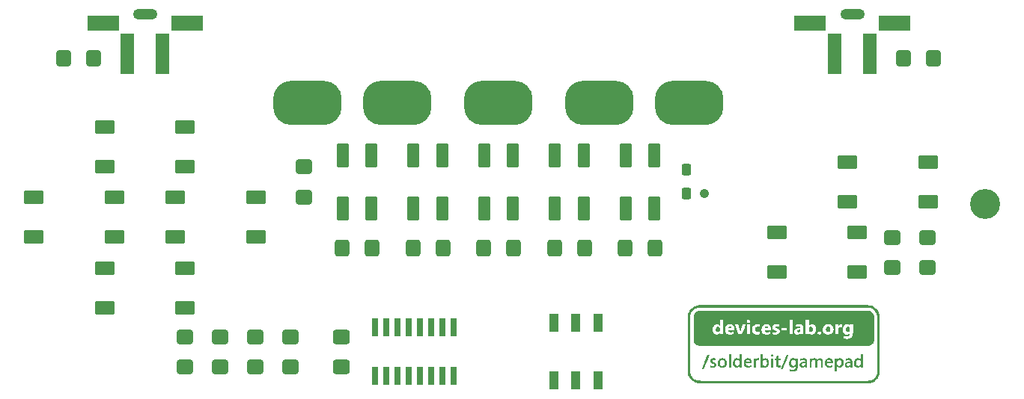
<source format=gts>
G04 #@! TF.GenerationSoftware,KiCad,Pcbnew,8.0.2-1*
G04 #@! TF.CreationDate,2024-06-30T18:52:21+01:00*
G04 #@! TF.ProjectId,solderbit-gamepad,736f6c64-6572-4626-9974-2d67616d6570,v1.4*
G04 #@! TF.SameCoordinates,Original*
G04 #@! TF.FileFunction,Soldermask,Top*
G04 #@! TF.FilePolarity,Negative*
%FSLAX46Y46*%
G04 Gerber Fmt 4.6, Leading zero omitted, Abs format (unit mm)*
G04 Created by KiCad (PCBNEW 8.0.2-1) date 2024-06-30 18:52:21*
%MOMM*%
%LPD*%
G01*
G04 APERTURE LIST*
G04 Aperture macros list*
%AMRoundRect*
0 Rectangle with rounded corners*
0 $1 Rounding radius*
0 $2 $3 $4 $5 $6 $7 $8 $9 X,Y pos of 4 corners*
0 Add a 4 corners polygon primitive as box body*
4,1,4,$2,$3,$4,$5,$6,$7,$8,$9,$2,$3,0*
0 Add four circle primitives for the rounded corners*
1,1,$1+$1,$2,$3*
1,1,$1+$1,$4,$5*
1,1,$1+$1,$6,$7*
1,1,$1+$1,$8,$9*
0 Add four rect primitives between the rounded corners*
20,1,$1+$1,$2,$3,$4,$5,0*
20,1,$1+$1,$4,$5,$6,$7,0*
20,1,$1+$1,$6,$7,$8,$9,0*
20,1,$1+$1,$8,$9,$2,$3,0*%
G04 Aperture macros list end*
%ADD10C,0.000000*%
%ADD11RoundRect,0.038000X1.750000X0.800000X-1.750000X0.800000X-1.750000X-0.800000X1.750000X-0.800000X0*%
%ADD12O,2.776000X1.176000*%
%ADD13RoundRect,0.038000X0.700000X-2.250000X0.700000X2.250000X-0.700000X2.250000X-0.700000X-2.250000X0*%
%ADD14RoundRect,0.038000X0.625000X-1.275000X0.625000X1.275000X-0.625000X1.275000X-0.625000X-1.275000X0*%
%ADD15RoundRect,0.038000X-1.050000X-0.700000X1.050000X-0.700000X1.050000X0.700000X-1.050000X0.700000X0*%
%ADD16RoundRect,0.322308X-0.590692X0.515692X-0.590692X-0.515692X0.590692X-0.515692X0.590692X0.515692X0*%
%ADD17RoundRect,0.322308X-0.515692X-0.590692X0.515692X-0.590692X0.515692X0.590692X-0.515692X0.590692X0*%
%ADD18RoundRect,0.316226X-0.521774X-0.621774X0.521774X-0.621774X0.521774X0.621774X-0.521774X0.621774X0*%
%ADD19RoundRect,0.322308X0.590692X-0.515692X0.590692X0.515692X-0.590692X0.515692X-0.590692X-0.515692X0*%
%ADD20RoundRect,0.269000X-0.269000X0.394000X-0.269000X-0.394000X0.269000X-0.394000X0.269000X0.394000X0*%
%ADD21RoundRect,0.316226X0.621774X-0.521774X0.621774X0.521774X-0.621774X0.521774X-0.621774X-0.521774X0*%
%ADD22RoundRect,0.038000X0.266700X-1.005050X0.266700X1.005050X-0.266700X1.005050X-0.266700X-1.005050X0*%
%ADD23C,1.076000*%
%ADD24RoundRect,0.038000X-0.500000X-1.000000X0.500000X-1.000000X0.500000X1.000000X-0.500000X1.000000X0*%
%ADD25C,3.400000*%
%ADD26RoundRect,0.322308X0.515692X0.590692X-0.515692X0.590692X-0.515692X-0.590692X0.515692X-0.590692X0*%
G04 APERTURE END LIST*
D10*
G36*
X130551747Y-76774819D02*
G01*
X130551747Y-77522348D01*
X130431822Y-77522348D01*
X130311898Y-77522348D01*
X130311898Y-76774819D01*
X130311898Y-76027290D01*
X130431822Y-76027290D01*
X130551747Y-76027290D01*
X130551747Y-76774819D01*
G37*
G36*
X135316745Y-77014449D02*
G01*
X135316745Y-77522348D01*
X135200759Y-77522348D01*
X135084772Y-77522348D01*
X135086830Y-77016667D01*
X135088889Y-76510985D01*
X135202817Y-76508767D01*
X135316745Y-76506549D01*
X135316745Y-77014449D01*
G37*
G36*
X130494527Y-72877943D02*
G01*
X130534970Y-72896240D01*
X130538027Y-72898317D01*
X130572950Y-72932545D01*
X130598046Y-72978884D01*
X130612896Y-73036515D01*
X130614352Y-73047212D01*
X130620843Y-73101133D01*
X130417401Y-73101133D01*
X130213960Y-73101133D01*
X130219056Y-73075650D01*
X130235573Y-73023849D01*
X130262609Y-72974056D01*
X130297273Y-72930269D01*
X130336676Y-72896489D01*
X130357028Y-72884709D01*
X130399767Y-72871742D01*
X130447530Y-72869632D01*
X130494527Y-72877943D01*
G37*
G36*
X134627923Y-72877943D02*
G01*
X134668366Y-72896240D01*
X134671424Y-72898317D01*
X134706346Y-72932545D01*
X134731442Y-72978884D01*
X134746292Y-73036515D01*
X134747748Y-73047212D01*
X134754239Y-73101133D01*
X134550798Y-73101133D01*
X134347356Y-73101133D01*
X134352452Y-73075650D01*
X134368969Y-73023849D01*
X134396005Y-72974056D01*
X134430669Y-72930269D01*
X134470072Y-72896489D01*
X134490425Y-72884709D01*
X134533164Y-72871742D01*
X134580926Y-72869632D01*
X134627923Y-72877943D01*
G37*
G36*
X135237995Y-76044440D02*
G01*
X135282620Y-76061257D01*
X135315467Y-76088558D01*
X135335845Y-76125516D01*
X135343059Y-76170632D01*
X135336476Y-76215580D01*
X135315956Y-76253173D01*
X135291061Y-76276344D01*
X135260134Y-76290563D01*
X135221079Y-76297779D01*
X135180305Y-76297647D01*
X135144222Y-76289825D01*
X135133118Y-76284789D01*
X135100363Y-76260487D01*
X135080314Y-76229281D01*
X135070991Y-76187999D01*
X135070687Y-76184626D01*
X135073725Y-76137977D01*
X135089782Y-76098573D01*
X135116903Y-76068053D01*
X135153132Y-76048055D01*
X135196513Y-76040217D01*
X135237995Y-76044440D01*
G37*
G36*
X138405274Y-73254281D02*
G01*
X138409380Y-73259861D01*
X138410788Y-73273013D01*
X138409973Y-73296848D01*
X138408378Y-73320954D01*
X138398350Y-73388345D01*
X138378264Y-73443846D01*
X138347521Y-73488462D01*
X138305521Y-73523197D01*
X138278879Y-73537760D01*
X138230452Y-73553078D01*
X138179306Y-73556098D01*
X138130927Y-73546689D01*
X138118189Y-73541612D01*
X138082334Y-73517769D01*
X138058193Y-73486083D01*
X138045600Y-73449414D01*
X138044390Y-73410625D01*
X138054399Y-73372575D01*
X138075460Y-73338126D01*
X138107409Y-73310139D01*
X138132285Y-73297418D01*
X138150488Y-73292159D01*
X138180712Y-73285543D01*
X138219115Y-73278208D01*
X138261854Y-73270795D01*
X138305085Y-73263944D01*
X138344965Y-73258295D01*
X138377652Y-73254487D01*
X138397993Y-73253163D01*
X138405274Y-73254281D01*
G37*
G36*
X141595501Y-72905317D02*
G01*
X141652142Y-72920775D01*
X141699362Y-72949136D01*
X141737032Y-72990300D01*
X141765022Y-73044165D01*
X141780762Y-73098227D01*
X141790288Y-73167157D01*
X141791206Y-73239050D01*
X141783936Y-73309366D01*
X141768901Y-73373566D01*
X141751082Y-73418442D01*
X141719294Y-73465144D01*
X141676963Y-73500781D01*
X141625733Y-73524639D01*
X141567247Y-73536004D01*
X141503149Y-73534164D01*
X141489287Y-73532060D01*
X141441716Y-73518333D01*
X141397558Y-73495574D01*
X141363677Y-73467664D01*
X141334843Y-73426061D01*
X141312653Y-73372899D01*
X141297688Y-73311416D01*
X141290531Y-73244848D01*
X141291762Y-73176434D01*
X141300520Y-73115972D01*
X141320651Y-73048362D01*
X141349751Y-72993911D01*
X141388110Y-72952350D01*
X141436020Y-72923407D01*
X141493772Y-72906812D01*
X141529570Y-72902865D01*
X141595501Y-72905317D01*
G37*
G36*
X139670168Y-72913493D02*
G01*
X139686560Y-72920293D01*
X139732169Y-72949459D01*
X139767725Y-72990022D01*
X139793460Y-73042431D01*
X139809605Y-73107131D01*
X139815824Y-73169090D01*
X139814791Y-73253266D01*
X139803517Y-73328005D01*
X139782458Y-73392544D01*
X139752067Y-73446121D01*
X139712798Y-73487972D01*
X139665106Y-73517334D01*
X139609445Y-73533444D01*
X139598048Y-73534939D01*
X139567176Y-73536075D01*
X139537020Y-73533822D01*
X139527833Y-73532127D01*
X139475776Y-73511873D01*
X139430351Y-73477944D01*
X139393367Y-73431910D01*
X139376795Y-73400944D01*
X139368903Y-73381205D01*
X139363377Y-73360222D01*
X139359673Y-73334254D01*
X139357246Y-73299560D01*
X139355641Y-73255547D01*
X139355088Y-73192853D01*
X139357736Y-73142277D01*
X139364101Y-73100177D01*
X139374703Y-73062907D01*
X139387348Y-73032481D01*
X139418235Y-72984107D01*
X139459208Y-72945805D01*
X139507578Y-72918585D01*
X139560654Y-72903454D01*
X139615747Y-72901420D01*
X139670168Y-72913493D01*
G37*
G36*
X129132156Y-72908746D02*
G01*
X129184256Y-72930084D01*
X129228754Y-72965444D01*
X129265425Y-73014686D01*
X129271268Y-73025181D01*
X129278945Y-73040204D01*
X129284508Y-73053938D01*
X129288297Y-73069252D01*
X129290648Y-73089014D01*
X129291900Y-73116091D01*
X129292390Y-73153353D01*
X129292456Y-73203667D01*
X129292455Y-73205068D01*
X129292315Y-73255963D01*
X129291737Y-73293839D01*
X129290384Y-73321667D01*
X129287917Y-73342418D01*
X129283995Y-73359061D01*
X129278280Y-73374569D01*
X129271351Y-73389952D01*
X129237980Y-73445927D01*
X129196749Y-73489205D01*
X129148934Y-73519066D01*
X129095809Y-73534788D01*
X129038648Y-73535650D01*
X129019323Y-73532592D01*
X128965728Y-73514255D01*
X128920576Y-73482933D01*
X128884368Y-73439522D01*
X128857608Y-73384917D01*
X128840798Y-73320013D01*
X128834442Y-73245705D01*
X128835355Y-73205068D01*
X128844957Y-73125762D01*
X128864036Y-73057441D01*
X128892116Y-73000712D01*
X128928721Y-72956181D01*
X128973376Y-72924458D01*
X129025607Y-72906149D01*
X129072679Y-72901569D01*
X129132156Y-72908746D01*
G37*
G36*
X143838188Y-72909055D02*
G01*
X143888459Y-72931603D01*
X143932747Y-72968380D01*
X143970152Y-73018782D01*
X143977241Y-73031400D01*
X143983804Y-73044739D01*
X143988554Y-73058300D01*
X143991782Y-73074879D01*
X143993776Y-73097270D01*
X143994829Y-73128270D01*
X143995230Y-73170676D01*
X143995278Y-73205068D01*
X143995170Y-73255942D01*
X143994621Y-73293794D01*
X143993292Y-73321593D01*
X143990844Y-73342306D01*
X143986940Y-73358903D01*
X143981242Y-73374350D01*
X143974210Y-73389911D01*
X143940741Y-73445932D01*
X143899451Y-73489231D01*
X143851604Y-73519092D01*
X143798466Y-73534800D01*
X143741300Y-73535640D01*
X143722062Y-73532592D01*
X143678077Y-73519365D01*
X143641823Y-73497262D01*
X143613370Y-73469897D01*
X143587171Y-73437631D01*
X143568761Y-73405613D01*
X143554997Y-73367595D01*
X143547678Y-73339380D01*
X143536837Y-73262185D01*
X143539644Y-73179326D01*
X143547284Y-73129249D01*
X143566620Y-73058756D01*
X143595074Y-73000899D01*
X143632349Y-72955963D01*
X143678147Y-72924238D01*
X143732170Y-72906010D01*
X143782837Y-72901337D01*
X143838188Y-72909055D01*
G37*
G36*
X133675949Y-76498485D02*
G01*
X133687771Y-76501144D01*
X133709758Y-76507292D01*
X133709758Y-76619070D01*
X133709571Y-76659268D01*
X133709060Y-76693050D01*
X133708294Y-76717555D01*
X133707345Y-76729918D01*
X133706988Y-76730847D01*
X133698801Y-76727556D01*
X133681968Y-76719397D01*
X133677007Y-76716873D01*
X133644682Y-76706708D01*
X133604011Y-76702884D01*
X133561266Y-76705261D01*
X133522717Y-76713698D01*
X133505886Y-76720708D01*
X133461381Y-76752290D01*
X133421994Y-76796218D01*
X133390136Y-76849077D01*
X133368216Y-76907453D01*
X133365087Y-76920159D01*
X133362939Y-76937197D01*
X133360752Y-76968090D01*
X133358610Y-77010701D01*
X133356598Y-77062894D01*
X133354801Y-77122536D01*
X133353303Y-77187489D01*
X133352395Y-77240526D01*
X133348316Y-77522348D01*
X133233163Y-77522348D01*
X133118011Y-77522348D01*
X133120069Y-77016667D01*
X133122128Y-76510985D01*
X133236056Y-76508767D01*
X133349984Y-76506549D01*
X133350377Y-76608704D01*
X133350771Y-76710859D01*
X133378796Y-76656247D01*
X133412108Y-76602777D01*
X133451963Y-76557658D01*
X133495404Y-76523971D01*
X133516309Y-76512925D01*
X133550075Y-76502700D01*
X133592528Y-76496569D01*
X133636782Y-76495006D01*
X133675949Y-76498485D01*
G37*
G36*
X128089862Y-76108767D02*
G01*
X128108949Y-76110303D01*
X128117950Y-76113141D01*
X128119020Y-76117002D01*
X128115268Y-76126091D01*
X128105884Y-76148766D01*
X128091357Y-76183841D01*
X128072179Y-76230133D01*
X128048842Y-76286456D01*
X128021836Y-76351626D01*
X127991653Y-76424457D01*
X127958783Y-76503765D01*
X127923718Y-76588365D01*
X127886950Y-76677071D01*
X127848968Y-76768701D01*
X127810265Y-76862067D01*
X127771332Y-76955986D01*
X127732659Y-77049273D01*
X127694738Y-77140743D01*
X127658060Y-77229211D01*
X127623116Y-77313493D01*
X127590397Y-77392403D01*
X127560395Y-77464756D01*
X127533600Y-77529368D01*
X127510505Y-77585055D01*
X127491599Y-77630630D01*
X127477374Y-77664910D01*
X127468322Y-77686709D01*
X127466021Y-77692241D01*
X127440214Y-77754202D01*
X127333279Y-77754202D01*
X127288309Y-77753858D01*
X127257466Y-77752706D01*
X127238897Y-77750567D01*
X127230753Y-77747261D01*
X127230241Y-77744208D01*
X127233755Y-77735622D01*
X127242974Y-77713216D01*
X127257502Y-77677948D01*
X127276945Y-77630780D01*
X127300905Y-77572671D01*
X127328988Y-77504580D01*
X127360797Y-77427467D01*
X127395936Y-77342293D01*
X127434009Y-77250016D01*
X127474621Y-77151597D01*
X127517376Y-77047995D01*
X127561878Y-76940170D01*
X127569078Y-76922726D01*
X127904018Y-76111237D01*
X128013592Y-76109007D01*
X128058730Y-76108385D01*
X128089862Y-76108767D01*
G37*
G36*
X137020237Y-76108767D02*
G01*
X137039323Y-76110303D01*
X137048324Y-76113141D01*
X137049394Y-76117002D01*
X137045643Y-76126091D01*
X137036258Y-76148766D01*
X137021732Y-76183841D01*
X137002554Y-76230133D01*
X136979217Y-76286456D01*
X136952211Y-76351626D01*
X136922027Y-76424457D01*
X136889158Y-76503765D01*
X136854093Y-76588365D01*
X136817324Y-76677071D01*
X136779343Y-76768701D01*
X136740640Y-76862067D01*
X136701706Y-76955986D01*
X136663033Y-77049273D01*
X136625112Y-77140743D01*
X136588434Y-77229211D01*
X136553490Y-77313493D01*
X136520772Y-77392403D01*
X136490769Y-77464756D01*
X136463975Y-77529368D01*
X136440879Y-77585055D01*
X136421973Y-77630630D01*
X136407749Y-77664910D01*
X136398696Y-77686709D01*
X136396395Y-77692241D01*
X136370588Y-77754202D01*
X136263653Y-77754202D01*
X136218684Y-77753858D01*
X136187840Y-77752706D01*
X136169272Y-77750567D01*
X136161127Y-77747261D01*
X136160616Y-77744208D01*
X136164129Y-77735622D01*
X136173348Y-77713216D01*
X136187877Y-77677948D01*
X136207320Y-77630780D01*
X136231280Y-77572671D01*
X136259362Y-77504580D01*
X136291171Y-77427467D01*
X136326310Y-77342293D01*
X136364384Y-77250016D01*
X136404996Y-77151597D01*
X136447751Y-77047995D01*
X136492253Y-76940170D01*
X136499453Y-76922726D01*
X136834392Y-76111237D01*
X136943967Y-76109007D01*
X136989105Y-76108385D01*
X137020237Y-76108767D01*
G37*
G36*
X135902032Y-76215325D02*
G01*
X135904735Y-76225764D01*
X135906604Y-76246240D01*
X135907752Y-76278405D01*
X135908292Y-76323913D01*
X135908373Y-76358226D01*
X135908373Y-76506988D01*
X136028297Y-76506988D01*
X136148222Y-76506988D01*
X136148222Y-76598716D01*
X136148222Y-76690445D01*
X136030296Y-76692657D01*
X135912370Y-76694869D01*
X135912370Y-76978691D01*
X135912413Y-77053931D01*
X135912602Y-77114912D01*
X135913023Y-77163366D01*
X135913764Y-77201024D01*
X135914914Y-77229617D01*
X135916559Y-77250876D01*
X135918788Y-77266532D01*
X135921689Y-77278317D01*
X135925348Y-77287961D01*
X135928360Y-77294269D01*
X135944733Y-77318161D01*
X135965367Y-77337734D01*
X135970442Y-77341040D01*
X136000321Y-77351581D01*
X136038077Y-77355934D01*
X136076798Y-77353992D01*
X136109575Y-77345649D01*
X136114696Y-77343261D01*
X136132442Y-77334676D01*
X136143245Y-77330537D01*
X136143827Y-77330469D01*
X136145566Y-77337935D01*
X136146979Y-77358217D01*
X136147915Y-77388142D01*
X136148222Y-77421441D01*
X136148222Y-77512413D01*
X136126235Y-77521495D01*
X136076604Y-77535887D01*
X136017020Y-77543246D01*
X135952021Y-77543311D01*
X135886140Y-77535817D01*
X135884388Y-77535507D01*
X135822752Y-77517386D01*
X135770316Y-77487252D01*
X135728419Y-77446157D01*
X135698399Y-77395152D01*
X135695068Y-77386882D01*
X135691573Y-77376180D01*
X135688668Y-77363044D01*
X135686282Y-77345892D01*
X135684342Y-77323144D01*
X135682777Y-77293219D01*
X135681513Y-77254536D01*
X135680479Y-77205513D01*
X135679604Y-77144570D01*
X135678814Y-77070125D01*
X135678372Y-77020664D01*
X135675553Y-76690872D01*
X135592089Y-76690872D01*
X135508624Y-76690872D01*
X135508624Y-76598930D01*
X135508624Y-76506988D01*
X135592572Y-76506988D01*
X135676519Y-76506988D01*
X135676519Y-76392168D01*
X135676519Y-76277347D01*
X135782452Y-76247213D01*
X135821899Y-76235924D01*
X135856199Y-76225983D01*
X135882217Y-76218306D01*
X135896817Y-76213813D01*
X135898379Y-76213271D01*
X135902032Y-76215325D01*
G37*
G36*
X129677466Y-76495277D02*
G01*
X129736138Y-76505718D01*
X129738771Y-76506389D01*
X129820160Y-76534867D01*
X129890944Y-76575287D01*
X129951010Y-76627527D01*
X130000247Y-76691466D01*
X130038542Y-76766981D01*
X130065785Y-76853949D01*
X130068653Y-76866761D01*
X130075446Y-76913143D01*
X130078941Y-76969508D01*
X130079155Y-77030199D01*
X130076104Y-77089558D01*
X130069806Y-77141925D01*
X130067795Y-77152918D01*
X130043216Y-77237458D01*
X130005232Y-77314209D01*
X129954975Y-77381968D01*
X129893581Y-77439528D01*
X129822181Y-77485684D01*
X129741911Y-77519231D01*
X129716273Y-77526656D01*
X129671965Y-77535036D01*
X129617676Y-77540507D01*
X129559178Y-77542895D01*
X129502245Y-77542027D01*
X129452649Y-77537729D01*
X129436449Y-77535068D01*
X129350348Y-77510843D01*
X129273564Y-77474136D01*
X129206693Y-77425867D01*
X129150328Y-77366953D01*
X129105063Y-77298313D01*
X129071493Y-77220865D01*
X129050212Y-77135530D01*
X129041814Y-77043224D01*
X129043840Y-77003987D01*
X129280585Y-77003987D01*
X129282729Y-77069104D01*
X129293746Y-77132431D01*
X129313694Y-77191775D01*
X129342633Y-77244940D01*
X129380623Y-77289732D01*
X129427723Y-77323958D01*
X129433753Y-77327131D01*
X129494969Y-77349410D01*
X129560781Y-77357419D01*
X129628345Y-77351039D01*
X129677441Y-77337120D01*
X129722193Y-77312522D01*
X129755645Y-77282317D01*
X129790095Y-77238293D01*
X129814962Y-77189064D01*
X129830874Y-77132363D01*
X129838459Y-77065923D01*
X129838346Y-76987479D01*
X129838205Y-76984376D01*
X129829843Y-76905482D01*
X129812492Y-76839211D01*
X129785761Y-76784699D01*
X129749255Y-76741086D01*
X129715449Y-76715151D01*
X129662914Y-76690672D01*
X129603366Y-76677796D01*
X129541069Y-76676789D01*
X129480285Y-76687919D01*
X129450730Y-76698575D01*
X129400883Y-76728352D01*
X129359552Y-76769505D01*
X129326798Y-76819839D01*
X129302679Y-76877160D01*
X129287255Y-76939274D01*
X129280585Y-77003987D01*
X129043840Y-77003987D01*
X129046893Y-76944867D01*
X129048167Y-76934718D01*
X129067369Y-76840939D01*
X129098683Y-76757331D01*
X129141834Y-76684216D01*
X129196545Y-76621918D01*
X129262540Y-76570760D01*
X129339543Y-76531065D01*
X129414060Y-76506420D01*
X129472304Y-76495699D01*
X129539592Y-76490268D01*
X129609965Y-76490127D01*
X129677466Y-76495277D01*
G37*
G36*
X132565644Y-76494763D02*
G01*
X132636716Y-76510575D01*
X132699556Y-76537934D01*
X132756316Y-76577649D01*
X132782740Y-76602046D01*
X132828565Y-76657585D01*
X132864123Y-76722684D01*
X132889722Y-76798255D01*
X132905675Y-76885212D01*
X132912255Y-76982688D01*
X132914259Y-77078628D01*
X132571371Y-77080713D01*
X132228483Y-77082799D01*
X132233232Y-77122904D01*
X132243341Y-77168077D01*
X132261712Y-77214312D01*
X132285598Y-77255865D01*
X132311413Y-77286245D01*
X132358937Y-77321858D01*
X132411078Y-77345869D01*
X132470855Y-77359307D01*
X132536837Y-77363221D01*
X132597800Y-77360685D01*
X132650960Y-77352103D01*
X132702805Y-77335930D01*
X132759828Y-77310622D01*
X132761650Y-77309723D01*
X132791989Y-77294853D01*
X132816477Y-77283087D01*
X132831923Y-77275946D01*
X132835604Y-77274504D01*
X132836669Y-77281973D01*
X132837536Y-77302272D01*
X132838112Y-77332244D01*
X132838306Y-77366312D01*
X132838306Y-77458119D01*
X132800129Y-77477465D01*
X132732124Y-77505299D01*
X132653885Y-77526192D01*
X132569834Y-77539597D01*
X132484395Y-77544965D01*
X132401989Y-77541746D01*
X132346687Y-77533738D01*
X132269080Y-77510537D01*
X132199120Y-77473793D01*
X132137827Y-77424516D01*
X132086221Y-77363715D01*
X132045322Y-77292400D01*
X132016150Y-77211579D01*
X132014410Y-77204952D01*
X131999332Y-77124273D01*
X131993380Y-77039146D01*
X131996372Y-76953963D01*
X132002077Y-76914731D01*
X132228910Y-76914731D01*
X132458766Y-76914731D01*
X132688623Y-76914731D01*
X132684232Y-76866309D01*
X132674087Y-76815735D01*
X132654342Y-76767104D01*
X132627496Y-76725767D01*
X132610094Y-76707622D01*
X132568127Y-76680882D01*
X132518517Y-76665655D01*
X132465087Y-76662309D01*
X132411662Y-76671212D01*
X132376064Y-76685055D01*
X132334007Y-76713808D01*
X132295742Y-76754630D01*
X132264015Y-76803633D01*
X132241570Y-76856931D01*
X132234352Y-76885722D01*
X132228910Y-76914731D01*
X132002077Y-76914731D01*
X132008128Y-76873114D01*
X132028467Y-76800990D01*
X132031331Y-76793498D01*
X132066972Y-76722355D01*
X132114676Y-76656506D01*
X132171676Y-76598986D01*
X132235207Y-76552831D01*
X132265851Y-76536257D01*
X132313708Y-76515253D01*
X132357749Y-76501350D01*
X132403660Y-76493333D01*
X132457129Y-76489991D01*
X132484189Y-76489689D01*
X132565644Y-76494763D01*
G37*
G36*
X141735868Y-76494763D02*
G01*
X141806940Y-76510575D01*
X141869780Y-76537934D01*
X141926539Y-76577649D01*
X141952963Y-76602046D01*
X141998789Y-76657585D01*
X142034346Y-76722684D01*
X142059946Y-76798255D01*
X142075898Y-76885212D01*
X142082478Y-76982688D01*
X142084482Y-77078628D01*
X141741594Y-77080713D01*
X141398706Y-77082799D01*
X141403456Y-77122904D01*
X141413564Y-77168077D01*
X141431936Y-77214312D01*
X141455821Y-77255865D01*
X141481636Y-77286245D01*
X141529160Y-77321858D01*
X141581301Y-77345869D01*
X141641079Y-77359307D01*
X141707060Y-77363221D01*
X141768024Y-77360685D01*
X141821183Y-77352103D01*
X141873029Y-77335930D01*
X141930051Y-77310622D01*
X141931874Y-77309723D01*
X141962212Y-77294853D01*
X141986700Y-77283087D01*
X142002146Y-77275946D01*
X142005827Y-77274504D01*
X142006892Y-77281973D01*
X142007759Y-77302272D01*
X142008336Y-77332244D01*
X142008530Y-77366312D01*
X142008530Y-77458119D01*
X141970352Y-77477465D01*
X141902348Y-77505299D01*
X141824108Y-77526192D01*
X141740058Y-77539597D01*
X141654618Y-77544965D01*
X141572212Y-77541746D01*
X141516911Y-77533738D01*
X141439304Y-77510537D01*
X141369344Y-77473793D01*
X141308051Y-77424516D01*
X141256444Y-77363715D01*
X141215546Y-77292400D01*
X141186374Y-77211579D01*
X141184633Y-77204952D01*
X141169556Y-77124273D01*
X141163603Y-77039146D01*
X141166595Y-76953963D01*
X141172300Y-76914731D01*
X141399133Y-76914731D01*
X141628990Y-76914731D01*
X141858846Y-76914731D01*
X141854456Y-76866309D01*
X141844311Y-76815735D01*
X141824566Y-76767104D01*
X141797720Y-76725767D01*
X141780317Y-76707622D01*
X141738351Y-76680882D01*
X141688740Y-76665655D01*
X141635311Y-76662309D01*
X141581886Y-76671212D01*
X141546287Y-76685055D01*
X141504230Y-76713808D01*
X141465966Y-76754630D01*
X141434238Y-76803633D01*
X141411794Y-76856931D01*
X141404575Y-76885722D01*
X141399133Y-76914731D01*
X141172300Y-76914731D01*
X141178351Y-76873114D01*
X141198691Y-76800990D01*
X141201554Y-76793498D01*
X141237195Y-76722355D01*
X141284899Y-76656506D01*
X141341900Y-76598986D01*
X141405430Y-76552831D01*
X141436074Y-76536257D01*
X141483931Y-76515253D01*
X141527972Y-76501350D01*
X141573883Y-76493333D01*
X141627353Y-76489991D01*
X141654412Y-76489689D01*
X141735868Y-76494763D01*
G37*
G36*
X142980683Y-76499726D02*
G01*
X143051411Y-76523905D01*
X143113700Y-76561102D01*
X143167019Y-76610838D01*
X143210842Y-76672638D01*
X143244638Y-76746026D01*
X143267878Y-76830524D01*
X143278834Y-76909470D01*
X143282193Y-77015622D01*
X143274097Y-77114321D01*
X143255037Y-77204777D01*
X143225502Y-77286197D01*
X143185982Y-77357790D01*
X143136965Y-77418765D01*
X143078943Y-77468331D01*
X143012404Y-77505696D01*
X142937838Y-77530069D01*
X142889948Y-77538071D01*
X142808369Y-77540519D01*
X142734057Y-77528730D01*
X142666958Y-77502683D01*
X142607016Y-77462355D01*
X142554176Y-77407724D01*
X142550013Y-77402424D01*
X142528380Y-77374441D01*
X142528291Y-77680249D01*
X142528203Y-77986056D01*
X142412234Y-77986056D01*
X142296265Y-77986056D01*
X142298306Y-77248521D01*
X142298895Y-77035730D01*
X142528203Y-77035730D01*
X142530628Y-77104755D01*
X142538474Y-77161225D01*
X142552597Y-77207908D01*
X142573855Y-77247573D01*
X142603101Y-77282990D01*
X142605370Y-77285281D01*
X142653855Y-77324393D01*
X142706339Y-77348380D01*
X142763531Y-77357395D01*
X142826143Y-77351588D01*
X142867522Y-77340760D01*
X142905222Y-77322067D01*
X142942710Y-77291832D01*
X142975800Y-77253999D01*
X142997656Y-77218167D01*
X143020959Y-77156205D01*
X143036140Y-77085337D01*
X143042836Y-77010594D01*
X143040687Y-76937005D01*
X143029329Y-76869599D01*
X143024049Y-76851264D01*
X142998001Y-76793114D01*
X142962057Y-76745938D01*
X142918276Y-76710197D01*
X142868719Y-76686353D01*
X142815445Y-76674866D01*
X142760515Y-76676198D01*
X142705989Y-76690810D01*
X142653927Y-76719162D01*
X142609348Y-76758458D01*
X142578054Y-76798994D01*
X142555010Y-76844866D01*
X142539499Y-76898525D01*
X142530804Y-76962425D01*
X142528203Y-77035730D01*
X142298895Y-77035730D01*
X142300346Y-76510985D01*
X142414274Y-76508767D01*
X142528203Y-76506549D01*
X142528203Y-76590715D01*
X142528927Y-76629210D01*
X142530963Y-76657224D01*
X142534106Y-76672597D01*
X142536198Y-76674882D01*
X142543962Y-76669012D01*
X142544193Y-76667180D01*
X142549332Y-76658258D01*
X142563080Y-76640919D01*
X142582927Y-76618239D01*
X142593107Y-76607187D01*
X142651040Y-76555804D01*
X142715006Y-76519188D01*
X142785341Y-76497166D01*
X142816021Y-76492324D01*
X142902043Y-76489040D01*
X142980683Y-76499726D01*
G37*
G36*
X131750991Y-76774819D02*
G01*
X131750991Y-77522348D01*
X131635064Y-77522348D01*
X131519137Y-77522348D01*
X131519137Y-77440620D01*
X131519008Y-77404167D01*
X131518315Y-77381554D01*
X131516600Y-77370627D01*
X131513407Y-77369238D01*
X131508276Y-77375234D01*
X131505951Y-77378659D01*
X131459416Y-77434652D01*
X131401607Y-77481629D01*
X131335927Y-77516921D01*
X131323261Y-77521928D01*
X131276953Y-77534366D01*
X131221664Y-77541786D01*
X131163696Y-77543867D01*
X131109351Y-77540292D01*
X131077347Y-77534382D01*
X131006759Y-77508583D01*
X130944240Y-77469659D01*
X130890339Y-77418599D01*
X130845608Y-77356389D01*
X130810596Y-77284018D01*
X130785854Y-77202473D01*
X130771932Y-77112742D01*
X130770477Y-77057471D01*
X131009641Y-77057471D01*
X131018090Y-77129393D01*
X131034207Y-77189297D01*
X131058864Y-77239635D01*
X131087540Y-77277123D01*
X131132572Y-77318050D01*
X131180516Y-77344478D01*
X131233173Y-77356887D01*
X131292345Y-77355757D01*
X131344911Y-77345598D01*
X131381429Y-77329934D01*
X131419166Y-77302883D01*
X131453635Y-77267992D01*
X131469239Y-77247247D01*
X131488477Y-77215510D01*
X131502697Y-77183492D01*
X131512572Y-77148020D01*
X131518774Y-77105923D01*
X131521978Y-77054028D01*
X131522856Y-76994681D01*
X131522768Y-76947103D01*
X131522108Y-76912170D01*
X131520440Y-76886535D01*
X131517331Y-76866854D01*
X131512347Y-76849781D01*
X131505054Y-76831971D01*
X131500423Y-76821781D01*
X131467239Y-76766141D01*
X131425105Y-76723716D01*
X131374217Y-76694641D01*
X131314772Y-76679053D01*
X131292419Y-76676835D01*
X131228224Y-76679884D01*
X131171152Y-76697186D01*
X131121706Y-76728437D01*
X131080389Y-76773334D01*
X131052314Y-76821412D01*
X131024356Y-76896556D01*
X131010377Y-76975316D01*
X131009641Y-77057471D01*
X130770477Y-77057471D01*
X130769381Y-77015813D01*
X130770980Y-76984535D01*
X130783877Y-76884527D01*
X130807927Y-76793916D01*
X130842750Y-76713463D01*
X130887967Y-76643925D01*
X130943196Y-76586063D01*
X130986674Y-76553516D01*
X131044529Y-76522061D01*
X131104936Y-76501890D01*
X131172145Y-76491848D01*
X131219326Y-76490201D01*
X131290784Y-76494182D01*
X131351067Y-76506899D01*
X131403089Y-76529520D01*
X131449760Y-76563212D01*
X131482235Y-76595592D01*
X131519137Y-76636637D01*
X131519137Y-76331963D01*
X131519137Y-76027290D01*
X131635064Y-76027290D01*
X131750991Y-76027290D01*
X131750991Y-76774819D01*
G37*
G36*
X145454359Y-76774819D02*
G01*
X145454359Y-77522348D01*
X145338432Y-77522348D01*
X145222505Y-77522348D01*
X145222505Y-77440620D01*
X145222376Y-77404167D01*
X145221683Y-77381554D01*
X145219968Y-77370627D01*
X145216775Y-77369238D01*
X145211644Y-77375234D01*
X145209319Y-77378659D01*
X145162784Y-77434652D01*
X145104975Y-77481629D01*
X145039295Y-77516921D01*
X145026629Y-77521928D01*
X144980321Y-77534366D01*
X144925032Y-77541786D01*
X144867064Y-77543867D01*
X144812719Y-77540292D01*
X144780715Y-77534382D01*
X144710127Y-77508583D01*
X144647608Y-77469659D01*
X144593707Y-77418599D01*
X144548976Y-77356389D01*
X144513964Y-77284018D01*
X144489222Y-77202473D01*
X144475300Y-77112742D01*
X144473845Y-77057471D01*
X144713009Y-77057471D01*
X144721458Y-77129393D01*
X144737575Y-77189297D01*
X144762232Y-77239635D01*
X144790908Y-77277123D01*
X144835940Y-77318050D01*
X144883884Y-77344478D01*
X144936541Y-77356887D01*
X144995713Y-77355757D01*
X145048279Y-77345598D01*
X145084797Y-77329934D01*
X145122533Y-77302883D01*
X145157003Y-77267992D01*
X145172607Y-77247247D01*
X145191845Y-77215510D01*
X145206065Y-77183492D01*
X145215940Y-77148020D01*
X145222142Y-77105923D01*
X145225346Y-77054028D01*
X145226224Y-76994681D01*
X145226136Y-76947103D01*
X145225476Y-76912170D01*
X145223808Y-76886535D01*
X145220699Y-76866854D01*
X145215715Y-76849781D01*
X145208422Y-76831971D01*
X145203791Y-76821781D01*
X145170607Y-76766141D01*
X145128473Y-76723716D01*
X145077585Y-76694641D01*
X145018140Y-76679053D01*
X144995787Y-76676835D01*
X144931592Y-76679884D01*
X144874520Y-76697186D01*
X144825074Y-76728437D01*
X144783757Y-76773334D01*
X144755682Y-76821412D01*
X144727724Y-76896556D01*
X144713745Y-76975316D01*
X144713009Y-77057471D01*
X144473845Y-77057471D01*
X144472749Y-77015813D01*
X144474348Y-76984535D01*
X144487245Y-76884527D01*
X144511295Y-76793916D01*
X144546118Y-76713463D01*
X144591335Y-76643925D01*
X144646564Y-76586063D01*
X144690042Y-76553516D01*
X144747897Y-76522061D01*
X144808304Y-76501890D01*
X144875513Y-76491848D01*
X144922694Y-76490201D01*
X144994151Y-76494182D01*
X145054435Y-76506899D01*
X145106457Y-76529520D01*
X145153128Y-76563212D01*
X145185603Y-76595592D01*
X145222505Y-76636637D01*
X145222505Y-76331963D01*
X145222505Y-76027290D01*
X145338432Y-76027290D01*
X145454359Y-76027290D01*
X145454359Y-76774819D01*
G37*
G36*
X134101511Y-76351086D02*
G01*
X134101707Y-76441036D01*
X134102289Y-76516911D01*
X134103249Y-76578363D01*
X134104577Y-76625048D01*
X134106267Y-76656619D01*
X134108308Y-76672729D01*
X134109506Y-76674882D01*
X134117271Y-76669012D01*
X134117501Y-76667180D01*
X134122641Y-76658258D01*
X134136388Y-76640919D01*
X134156235Y-76618239D01*
X134166416Y-76607187D01*
X134224572Y-76556027D01*
X134289911Y-76519123D01*
X134362261Y-76496536D01*
X134441451Y-76488322D01*
X134505256Y-76491632D01*
X134580998Y-76506938D01*
X134647429Y-76534995D01*
X134705075Y-76576182D01*
X134754460Y-76630877D01*
X134796111Y-76699460D01*
X134797804Y-76702864D01*
X134821469Y-76757635D01*
X134838115Y-76813389D01*
X134848531Y-76874156D01*
X134853506Y-76943966D01*
X134854210Y-76990683D01*
X134849523Y-77091399D01*
X134835325Y-77180781D01*
X134811139Y-77260689D01*
X134776491Y-77332982D01*
X134759632Y-77360129D01*
X134727788Y-77401063D01*
X134688543Y-77440927D01*
X134646514Y-77475567D01*
X134606315Y-77500828D01*
X134599875Y-77503946D01*
X134535208Y-77527021D01*
X134464672Y-77540829D01*
X134393627Y-77544784D01*
X134327432Y-77538301D01*
X134313377Y-77535252D01*
X134249831Y-77511826D01*
X134190482Y-77474147D01*
X134144539Y-77431257D01*
X134101511Y-77383709D01*
X134101511Y-77453029D01*
X134101511Y-77522348D01*
X133985584Y-77522348D01*
X133869657Y-77522348D01*
X133869657Y-77035730D01*
X134101511Y-77035730D01*
X134103936Y-77104755D01*
X134111782Y-77161225D01*
X134125906Y-77207908D01*
X134147163Y-77247573D01*
X134176410Y-77282990D01*
X134178678Y-77285281D01*
X134227163Y-77324393D01*
X134279647Y-77348380D01*
X134336839Y-77357395D01*
X134399451Y-77351588D01*
X134440830Y-77340760D01*
X134478530Y-77322067D01*
X134516018Y-77291832D01*
X134549108Y-77253999D01*
X134570964Y-77218167D01*
X134594267Y-77156205D01*
X134609448Y-77085337D01*
X134616145Y-77010594D01*
X134613995Y-76937005D01*
X134602637Y-76869599D01*
X134597357Y-76851264D01*
X134571309Y-76793114D01*
X134535365Y-76745938D01*
X134491584Y-76710197D01*
X134442027Y-76686353D01*
X134388753Y-76674866D01*
X134333823Y-76676198D01*
X134279297Y-76690810D01*
X134227235Y-76719162D01*
X134182656Y-76758458D01*
X134151362Y-76798994D01*
X134128318Y-76844866D01*
X134112808Y-76898525D01*
X134104112Y-76962425D01*
X134101511Y-77035730D01*
X133869657Y-77035730D01*
X133869657Y-76774819D01*
X133869657Y-76027290D01*
X133985584Y-76027290D01*
X134101511Y-76027290D01*
X134101511Y-76351086D01*
G37*
G36*
X128642009Y-76490985D02*
G01*
X128711306Y-76496612D01*
X128774848Y-76507216D01*
X128827020Y-76522289D01*
X128848820Y-76530577D01*
X128848820Y-76630712D01*
X128848538Y-76668611D01*
X128847771Y-76699933D01*
X128846630Y-76721653D01*
X128845229Y-76730747D01*
X128845061Y-76730847D01*
X128836571Y-76727491D01*
X128817896Y-76718686D01*
X128793053Y-76706328D01*
X128792689Y-76706143D01*
X128745876Y-76687195D01*
X128691222Y-76672608D01*
X128635131Y-76663628D01*
X128584005Y-76661504D01*
X128568996Y-76662554D01*
X128527451Y-76670942D01*
X128487967Y-76685873D01*
X128454984Y-76705185D01*
X128432942Y-76726718D01*
X128431020Y-76729723D01*
X128417859Y-76766364D01*
X128419406Y-76803865D01*
X128435322Y-76838346D01*
X128441138Y-76845622D01*
X128451894Y-76856644D01*
X128464899Y-76866828D01*
X128482348Y-76877264D01*
X128506434Y-76889042D01*
X128539352Y-76903249D01*
X128583295Y-76920976D01*
X128628958Y-76938849D01*
X128708769Y-76973908D01*
X128773420Y-77011375D01*
X128823633Y-77051821D01*
X128860131Y-77095814D01*
X128881426Y-77137775D01*
X128891810Y-77178802D01*
X128896206Y-77226926D01*
X128894777Y-77276615D01*
X128887685Y-77322336D01*
X128875089Y-77358557D01*
X128874979Y-77358771D01*
X128841314Y-77407730D01*
X128794918Y-77451758D01*
X128738866Y-77488348D01*
X128688658Y-77510751D01*
X128625214Y-77528288D01*
X128551937Y-77539602D01*
X128473859Y-77544371D01*
X128396008Y-77542274D01*
X128328043Y-77533846D01*
X128290507Y-77525828D01*
X128251921Y-77515642D01*
X128222110Y-77506006D01*
X128177243Y-77489220D01*
X128177243Y-77387192D01*
X128177621Y-77348334D01*
X128178654Y-77315460D01*
X128180191Y-77291769D01*
X128182078Y-77280460D01*
X128182336Y-77280071D01*
X128191607Y-77280631D01*
X128207180Y-77288914D01*
X128208320Y-77289705D01*
X128279334Y-77330108D01*
X128357305Y-77356443D01*
X128440986Y-77368366D01*
X128494114Y-77368425D01*
X128555490Y-77361428D01*
X128602885Y-77347123D01*
X128636665Y-77325262D01*
X128657193Y-77295600D01*
X128664836Y-77257891D01*
X128664905Y-77253283D01*
X128660643Y-77221571D01*
X128646984Y-77193772D01*
X128622523Y-77168661D01*
X128585851Y-77145006D01*
X128535564Y-77121581D01*
X128497041Y-77106675D01*
X128415044Y-77074332D01*
X128347774Y-77042260D01*
X128294033Y-77009311D01*
X128252623Y-76974337D01*
X128222343Y-76936189D01*
X128201994Y-76893719D01*
X128190379Y-76845780D01*
X128186867Y-76809680D01*
X128186776Y-76754217D01*
X128193826Y-76709353D01*
X128209547Y-76670717D01*
X128235465Y-76633935D01*
X128256151Y-76611340D01*
X128301948Y-76571028D01*
X128352561Y-76540132D01*
X128412284Y-76516291D01*
X128447839Y-76506036D01*
X128505450Y-76495491D01*
X128571782Y-76490542D01*
X128642009Y-76490985D01*
G37*
G36*
X140678940Y-76491731D02*
G01*
X140747184Y-76506313D01*
X140806013Y-76533789D01*
X140855313Y-76574044D01*
X140894969Y-76626966D01*
X140924866Y-76692439D01*
X140941339Y-76752155D01*
X140944280Y-76769392D01*
X140946715Y-76791792D01*
X140948686Y-76820795D01*
X140950234Y-76857839D01*
X140951399Y-76904366D01*
X140952223Y-76961814D01*
X140952745Y-77031624D01*
X140953008Y-77115236D01*
X140953056Y-77164574D01*
X140953195Y-77522348D01*
X140837805Y-77522348D01*
X140722416Y-77522348D01*
X140719696Y-77180564D01*
X140719019Y-77097672D01*
X140718369Y-77029157D01*
X140717656Y-76973404D01*
X140716791Y-76928799D01*
X140715684Y-76893730D01*
X140714243Y-76866582D01*
X140712381Y-76845743D01*
X140710005Y-76829598D01*
X140707028Y-76816534D01*
X140703357Y-76804937D01*
X140698905Y-76793194D01*
X140697961Y-76790809D01*
X140671917Y-76741774D01*
X140637790Y-76706453D01*
X140594950Y-76684414D01*
X140542766Y-76675224D01*
X140529060Y-76674882D01*
X140482731Y-76682554D01*
X140439494Y-76704457D01*
X140400741Y-76738926D01*
X140367864Y-76784291D01*
X140342254Y-76838886D01*
X140325303Y-76901043D01*
X140321816Y-76923164D01*
X140319935Y-76945675D01*
X140318205Y-76981751D01*
X140316683Y-77028967D01*
X140315430Y-77084897D01*
X140314502Y-77147118D01*
X140313960Y-77213203D01*
X140313844Y-77252518D01*
X140313598Y-77522348D01*
X140198140Y-77522348D01*
X140082682Y-77522348D01*
X140079893Y-77180564D01*
X140079145Y-77096137D01*
X140078356Y-77026153D01*
X140077460Y-76969061D01*
X140076388Y-76923314D01*
X140075071Y-76887363D01*
X140073441Y-76859660D01*
X140071431Y-76838656D01*
X140068971Y-76822803D01*
X140065994Y-76810553D01*
X140063212Y-76802354D01*
X140036850Y-76752318D01*
X140001083Y-76713690D01*
X139957579Y-76687710D01*
X139908006Y-76675617D01*
X139891714Y-76674882D01*
X139838934Y-76682158D01*
X139792584Y-76704027D01*
X139752560Y-76740552D01*
X139729927Y-76772119D01*
X139718045Y-76792135D01*
X139708186Y-76811191D01*
X139700140Y-76830996D01*
X139693698Y-76853264D01*
X139688650Y-76879707D01*
X139684787Y-76912037D01*
X139681899Y-76951966D01*
X139679776Y-77001206D01*
X139678209Y-77061470D01*
X139676988Y-77134468D01*
X139676011Y-77212543D01*
X139672440Y-77522348D01*
X139557234Y-77522348D01*
X139442027Y-77522348D01*
X139444086Y-77016667D01*
X139446144Y-76510985D01*
X139560072Y-76508767D01*
X139674001Y-76506549D01*
X139674001Y-76582720D01*
X139674796Y-76618619D01*
X139677010Y-76644413D01*
X139680388Y-76657657D01*
X139681996Y-76658892D01*
X139689766Y-76653637D01*
X139689990Y-76652023D01*
X139695526Y-76640743D01*
X139710037Y-76622341D01*
X139730380Y-76600130D01*
X139753410Y-76577418D01*
X139775985Y-76557516D01*
X139789457Y-76547286D01*
X139839933Y-76520454D01*
X139899907Y-76501178D01*
X139964328Y-76490382D01*
X140028144Y-76488987D01*
X140074850Y-76495148D01*
X140126779Y-76513553D01*
X140177440Y-76544460D01*
X140222732Y-76584635D01*
X140258554Y-76630845D01*
X140267865Y-76647391D01*
X140287151Y-76685339D01*
X140311629Y-76650129D01*
X140362399Y-76589592D01*
X140420695Y-76543153D01*
X140486434Y-76510850D01*
X140559530Y-76492718D01*
X140639902Y-76488794D01*
X140678940Y-76491731D01*
G37*
G36*
X138838475Y-76491665D02*
G01*
X138884616Y-76495909D01*
X138901578Y-76498804D01*
X138967423Y-76518798D01*
X139026271Y-76549189D01*
X139075626Y-76588264D01*
X139112992Y-76634309D01*
X139121993Y-76650200D01*
X139131386Y-76669209D01*
X139139295Y-76687343D01*
X139145861Y-76706155D01*
X139151229Y-76727194D01*
X139155543Y-76752015D01*
X139158947Y-76782167D01*
X139161584Y-76819203D01*
X139163597Y-76864675D01*
X139165132Y-76920134D01*
X139166330Y-76987132D01*
X139167338Y-77067220D01*
X139168168Y-77148584D01*
X139171784Y-77522348D01*
X139055424Y-77522348D01*
X138939064Y-77522348D01*
X138936765Y-77449953D01*
X138934466Y-77377557D01*
X138904756Y-77417402D01*
X138860362Y-77464469D01*
X138804712Y-77503188D01*
X138759329Y-77524525D01*
X138720211Y-77535047D01*
X138671605Y-77541488D01*
X138619562Y-77543541D01*
X138570131Y-77540898D01*
X138538716Y-77535721D01*
X138472423Y-77513018D01*
X138417019Y-77478922D01*
X138373089Y-77434270D01*
X138341219Y-77379897D01*
X138321995Y-77316640D01*
X138316003Y-77245333D01*
X138317082Y-77219420D01*
X138319625Y-77203019D01*
X138539206Y-77203019D01*
X138540857Y-77247367D01*
X138554897Y-77286464D01*
X138579648Y-77319094D01*
X138613434Y-77344037D01*
X138654580Y-77360078D01*
X138701408Y-77365998D01*
X138752242Y-77360581D01*
X138805408Y-77342608D01*
X138808457Y-77341188D01*
X138857089Y-77309813D01*
X138894632Y-77267173D01*
X138920812Y-77213779D01*
X138935354Y-77150145D01*
X138938464Y-77098377D01*
X138938293Y-77064342D01*
X138937269Y-77043396D01*
X138934627Y-77032640D01*
X138929599Y-77029173D01*
X138921419Y-77030095D01*
X138920475Y-77030300D01*
X138906212Y-77032827D01*
X138879568Y-77037021D01*
X138843998Y-77042357D01*
X138802961Y-77048308D01*
X138790557Y-77050071D01*
X138723024Y-77060713D01*
X138669588Y-77071920D01*
X138628360Y-77084520D01*
X138597448Y-77099340D01*
X138574963Y-77117207D01*
X138559013Y-77138949D01*
X138551617Y-77154639D01*
X138539206Y-77203019D01*
X138319625Y-77203019D01*
X138328075Y-77148532D01*
X138350586Y-77087820D01*
X138385295Y-77036448D01*
X138432884Y-76993577D01*
X138494033Y-76958370D01*
X138546273Y-76937491D01*
X138563562Y-76933059D01*
X138593629Y-76926894D01*
X138633420Y-76919493D01*
X138679880Y-76911354D01*
X138729954Y-76902975D01*
X138780586Y-76894852D01*
X138828722Y-76887484D01*
X138871307Y-76881367D01*
X138905286Y-76877000D01*
X138927603Y-76874880D01*
X138931513Y-76874756D01*
X138936854Y-76867692D01*
X138938193Y-76849095D01*
X138935733Y-76822860D01*
X138929676Y-76792882D01*
X138926691Y-76782048D01*
X138905779Y-76736791D01*
X138873229Y-76702444D01*
X138829158Y-76679079D01*
X138773683Y-76666767D01*
X138734592Y-76664716D01*
X138652872Y-76671948D01*
X138573671Y-76692898D01*
X138500391Y-76726414D01*
X138447673Y-76762011D01*
X138429269Y-76776273D01*
X138416677Y-76785240D01*
X138413694Y-76786812D01*
X138412610Y-76779315D01*
X138411711Y-76758815D01*
X138411080Y-76728299D01*
X138410802Y-76690753D01*
X138410796Y-76684138D01*
X138410796Y-76581464D01*
X138472757Y-76553138D01*
X138508447Y-76536971D01*
X138534676Y-76525854D01*
X138556495Y-76518118D01*
X138578954Y-76512093D01*
X138607102Y-76506110D01*
X138626660Y-76502267D01*
X138673122Y-76495613D01*
X138727438Y-76491584D01*
X138784319Y-76490246D01*
X138838475Y-76491665D01*
G37*
G36*
X143939262Y-76491665D02*
G01*
X143985403Y-76495909D01*
X144002365Y-76498804D01*
X144068210Y-76518798D01*
X144127058Y-76549189D01*
X144176413Y-76588264D01*
X144213779Y-76634309D01*
X144222779Y-76650200D01*
X144232173Y-76669209D01*
X144240082Y-76687343D01*
X144246648Y-76706155D01*
X144252016Y-76727194D01*
X144256330Y-76752015D01*
X144259734Y-76782167D01*
X144262370Y-76819203D01*
X144264384Y-76864675D01*
X144265918Y-76920134D01*
X144267117Y-76987132D01*
X144268125Y-77067220D01*
X144268955Y-77148584D01*
X144272571Y-77522348D01*
X144156211Y-77522348D01*
X144039851Y-77522348D01*
X144037552Y-77449953D01*
X144035253Y-77377557D01*
X144005543Y-77417402D01*
X143961149Y-77464469D01*
X143905499Y-77503188D01*
X143860116Y-77524525D01*
X143820998Y-77535047D01*
X143772392Y-77541488D01*
X143720349Y-77543541D01*
X143670918Y-77540898D01*
X143639503Y-77535721D01*
X143573210Y-77513018D01*
X143517806Y-77478922D01*
X143473876Y-77434270D01*
X143442006Y-77379897D01*
X143422782Y-77316640D01*
X143416790Y-77245333D01*
X143417869Y-77219420D01*
X143420412Y-77203019D01*
X143639992Y-77203019D01*
X143641644Y-77247367D01*
X143655684Y-77286464D01*
X143680435Y-77319094D01*
X143714221Y-77344037D01*
X143755367Y-77360078D01*
X143802195Y-77365998D01*
X143853029Y-77360581D01*
X143906195Y-77342608D01*
X143909243Y-77341188D01*
X143957876Y-77309813D01*
X143995419Y-77267173D01*
X144021599Y-77213779D01*
X144036141Y-77150145D01*
X144039251Y-77098377D01*
X144039080Y-77064342D01*
X144038056Y-77043396D01*
X144035414Y-77032640D01*
X144030386Y-77029173D01*
X144022206Y-77030095D01*
X144021262Y-77030300D01*
X144006999Y-77032827D01*
X143980355Y-77037021D01*
X143944785Y-77042357D01*
X143903748Y-77048308D01*
X143891344Y-77050071D01*
X143823811Y-77060713D01*
X143770375Y-77071920D01*
X143729147Y-77084520D01*
X143698235Y-77099340D01*
X143675750Y-77117207D01*
X143659800Y-77138949D01*
X143652404Y-77154639D01*
X143639992Y-77203019D01*
X143420412Y-77203019D01*
X143428862Y-77148532D01*
X143451373Y-77087820D01*
X143486082Y-77036448D01*
X143533671Y-76993577D01*
X143594820Y-76958370D01*
X143647060Y-76937491D01*
X143664349Y-76933059D01*
X143694416Y-76926894D01*
X143734207Y-76919493D01*
X143780667Y-76911354D01*
X143830741Y-76902975D01*
X143881373Y-76894852D01*
X143929509Y-76887484D01*
X143972094Y-76881367D01*
X144006073Y-76877000D01*
X144028390Y-76874880D01*
X144032300Y-76874756D01*
X144037641Y-76867692D01*
X144038980Y-76849095D01*
X144036520Y-76822860D01*
X144030463Y-76792882D01*
X144027477Y-76782048D01*
X144006566Y-76736791D01*
X143974016Y-76702444D01*
X143929945Y-76679079D01*
X143874470Y-76666767D01*
X143835379Y-76664716D01*
X143753659Y-76671948D01*
X143674458Y-76692898D01*
X143601178Y-76726414D01*
X143548460Y-76762011D01*
X143530056Y-76776273D01*
X143517464Y-76785240D01*
X143514481Y-76786812D01*
X143513397Y-76779315D01*
X143512497Y-76758815D01*
X143511867Y-76728299D01*
X143511589Y-76690753D01*
X143511583Y-76684138D01*
X143511583Y-76581464D01*
X143573544Y-76553138D01*
X143609233Y-76536971D01*
X143635463Y-76525854D01*
X143657282Y-76518118D01*
X143679741Y-76512093D01*
X143707889Y-76506110D01*
X143727447Y-76502267D01*
X143773909Y-76495613D01*
X143828225Y-76491584D01*
X143885106Y-76490246D01*
X143939262Y-76491665D01*
G37*
G36*
X137621915Y-76492580D02*
G01*
X137662904Y-76498227D01*
X137677179Y-76501807D01*
X137741246Y-76529327D01*
X137797619Y-76570651D01*
X137821896Y-76595208D01*
X137858454Y-76635869D01*
X137860798Y-76573427D01*
X137863141Y-76510985D01*
X137979068Y-76510985D01*
X138094995Y-76510985D01*
X138097177Y-76958703D01*
X138097585Y-77077777D01*
X138097544Y-77182060D01*
X138097008Y-77272744D01*
X138095931Y-77351025D01*
X138094269Y-77418096D01*
X138091975Y-77475149D01*
X138089004Y-77523380D01*
X138085310Y-77563981D01*
X138080849Y-77598146D01*
X138075575Y-77627068D01*
X138070996Y-77646270D01*
X138041636Y-77729229D01*
X138000546Y-77801336D01*
X137947881Y-77862440D01*
X137883791Y-77912392D01*
X137808430Y-77951040D01*
X137739219Y-77973959D01*
X137702786Y-77980833D01*
X137654538Y-77986074D01*
X137598574Y-77989597D01*
X137538994Y-77991314D01*
X137479899Y-77991137D01*
X137425387Y-77988981D01*
X137379559Y-77984758D01*
X137361853Y-77981971D01*
X137322060Y-77973210D01*
X137279179Y-77961863D01*
X137245926Y-77951518D01*
X137191564Y-77932694D01*
X137189333Y-77827458D01*
X137189015Y-77788547D01*
X137189713Y-77756134D01*
X137191292Y-77733167D01*
X137193615Y-77722593D01*
X137194204Y-77722222D01*
X137204296Y-77725382D01*
X137224977Y-77733796D01*
X137252388Y-77745868D01*
X137262444Y-77750471D01*
X137342375Y-77781366D01*
X137422482Y-77800942D01*
X137500830Y-77809307D01*
X137575487Y-77806573D01*
X137644516Y-77792848D01*
X137705984Y-77768243D01*
X137757956Y-77732866D01*
X137769894Y-77721699D01*
X137803486Y-77682370D01*
X137828329Y-77639211D01*
X137845292Y-77589524D01*
X137855241Y-77530610D01*
X137859044Y-77459773D01*
X137859144Y-77444224D01*
X137859020Y-77406809D01*
X137858361Y-77383250D01*
X137856738Y-77371415D01*
X137853724Y-77369170D01*
X137848887Y-77374382D01*
X137845958Y-77378659D01*
X137797788Y-77436858D01*
X137739283Y-77483442D01*
X137671919Y-77517575D01*
X137597174Y-77538418D01*
X137554644Y-77543824D01*
X137473652Y-77543012D01*
X137399166Y-77528163D01*
X137331795Y-77500102D01*
X137272144Y-77459656D01*
X137220821Y-77407650D01*
X137178434Y-77344908D01*
X137145589Y-77272255D01*
X137122894Y-77190519D01*
X137110956Y-77100523D01*
X137110523Y-77027077D01*
X137348131Y-77027077D01*
X137352674Y-77096689D01*
X137366586Y-77163338D01*
X137390232Y-77224150D01*
X137390656Y-77224991D01*
X137410190Y-77255384D01*
X137436991Y-77286653D01*
X137466698Y-77314445D01*
X137494946Y-77334408D01*
X137505428Y-77339452D01*
X137560394Y-77353159D01*
X137619986Y-77354921D01*
X137678516Y-77345008D01*
X137719909Y-77329275D01*
X137768505Y-77296245D01*
X137807367Y-77250644D01*
X137836432Y-77192633D01*
X137855637Y-77122375D01*
X137864922Y-77040030D01*
X137864593Y-76952632D01*
X137858712Y-76890846D01*
X137847121Y-76840621D01*
X137828468Y-76798131D01*
X137801398Y-76759552D01*
X137792742Y-76749612D01*
X137749267Y-76712796D01*
X137698378Y-76688398D01*
X137642881Y-76676534D01*
X137585583Y-76677325D01*
X137529289Y-76690888D01*
X137476806Y-76717343D01*
X137453101Y-76735244D01*
X137416304Y-76776528D01*
X137387042Y-76829229D01*
X137365682Y-76890471D01*
X137352589Y-76957380D01*
X137348131Y-77027077D01*
X137110523Y-77027077D01*
X137110382Y-77003093D01*
X137115152Y-76946450D01*
X137132538Y-76848299D01*
X137160702Y-76760812D01*
X137199313Y-76684444D01*
X137248040Y-76619652D01*
X137306551Y-76566892D01*
X137374516Y-76526618D01*
X137437252Y-76503178D01*
X137475426Y-76495614D01*
X137522627Y-76491304D01*
X137573306Y-76490283D01*
X137621915Y-76492580D01*
G37*
G36*
X131285818Y-70480195D02*
G01*
X131580598Y-70480212D01*
X131887998Y-70480239D01*
X132208283Y-70480277D01*
X132541715Y-70480324D01*
X132888557Y-70480380D01*
X133249073Y-70480446D01*
X133623526Y-70480521D01*
X134012179Y-70480604D01*
X134415296Y-70480696D01*
X134833138Y-70480797D01*
X135265971Y-70480905D01*
X135714056Y-70481021D01*
X136177658Y-70481144D01*
X136559962Y-70481248D01*
X137036250Y-70481380D01*
X137496810Y-70481510D01*
X137941903Y-70481640D01*
X138371791Y-70481769D01*
X138786736Y-70481898D01*
X139187000Y-70482027D01*
X139572843Y-70482156D01*
X139944529Y-70482287D01*
X140302317Y-70482420D01*
X140646471Y-70482554D01*
X140977252Y-70482691D01*
X141294921Y-70482830D01*
X141599740Y-70482972D01*
X141891971Y-70483118D01*
X142171875Y-70483268D01*
X142439715Y-70483422D01*
X142695751Y-70483581D01*
X142940246Y-70483745D01*
X143173461Y-70483914D01*
X143395657Y-70484090D01*
X143607097Y-70484271D01*
X143808043Y-70484460D01*
X143998755Y-70484655D01*
X144179495Y-70484859D01*
X144350526Y-70485070D01*
X144512109Y-70485289D01*
X144664505Y-70485517D01*
X144807976Y-70485755D01*
X144942784Y-70486002D01*
X145069191Y-70486259D01*
X145187458Y-70486526D01*
X145297846Y-70486804D01*
X145400618Y-70487094D01*
X145496036Y-70487394D01*
X145584360Y-70487707D01*
X145665852Y-70488033D01*
X145740775Y-70488371D01*
X145809390Y-70488722D01*
X145871958Y-70489087D01*
X145928742Y-70489466D01*
X145980002Y-70489859D01*
X146026001Y-70490267D01*
X146067000Y-70490691D01*
X146103261Y-70491130D01*
X146135045Y-70491585D01*
X146162615Y-70492057D01*
X146186232Y-70492545D01*
X146206157Y-70493051D01*
X146222652Y-70493574D01*
X146235980Y-70494115D01*
X146246401Y-70494675D01*
X146254177Y-70495254D01*
X146259570Y-70495852D01*
X146261851Y-70496236D01*
X146403382Y-70530838D01*
X146532799Y-70574246D01*
X146651914Y-70627414D01*
X146762543Y-70691294D01*
X146866498Y-70766841D01*
X146965593Y-70855008D01*
X146989392Y-70878699D01*
X147084226Y-70986263D01*
X147166358Y-71102922D01*
X147235086Y-71227430D01*
X147289709Y-71358539D01*
X147324505Y-71474158D01*
X147327895Y-71487415D01*
X147331094Y-71499582D01*
X147334107Y-71511133D01*
X147336938Y-71522540D01*
X147339593Y-71534276D01*
X147342078Y-71546814D01*
X147344397Y-71560627D01*
X147346555Y-71576187D01*
X147348558Y-71593968D01*
X147350411Y-71614441D01*
X147352119Y-71638080D01*
X147353687Y-71665358D01*
X147355121Y-71696747D01*
X147356426Y-71732719D01*
X147357607Y-71773749D01*
X147358668Y-71820308D01*
X147359616Y-71872870D01*
X147360456Y-71931907D01*
X147361192Y-71997891D01*
X147361829Y-72071296D01*
X147362374Y-72152595D01*
X147362832Y-72242259D01*
X147363206Y-72340763D01*
X147363504Y-72448578D01*
X147363729Y-72566178D01*
X147363887Y-72694035D01*
X147363983Y-72832622D01*
X147364023Y-72982412D01*
X147364011Y-73143878D01*
X147363953Y-73317491D01*
X147363854Y-73503726D01*
X147363719Y-73703055D01*
X147363554Y-73915950D01*
X147363363Y-74142885D01*
X147363152Y-74384332D01*
X147362926Y-74640764D01*
X147362690Y-74912653D01*
X147362660Y-74947970D01*
X147362435Y-75219253D01*
X147362230Y-75475022D01*
X147362041Y-75715750D01*
X147361860Y-75941914D01*
X147361682Y-76153988D01*
X147361499Y-76352447D01*
X147361307Y-76537766D01*
X147361099Y-76710420D01*
X147360868Y-76870885D01*
X147360609Y-77019634D01*
X147360316Y-77157144D01*
X147359981Y-77283890D01*
X147359600Y-77400345D01*
X147359165Y-77506986D01*
X147358672Y-77604287D01*
X147358113Y-77692723D01*
X147357482Y-77772769D01*
X147356774Y-77844901D01*
X147355981Y-77909593D01*
X147355099Y-77967321D01*
X147354120Y-78018559D01*
X147353039Y-78063782D01*
X147351849Y-78103465D01*
X147350545Y-78138084D01*
X147349120Y-78168114D01*
X147347567Y-78194028D01*
X147345882Y-78216304D01*
X147344057Y-78235414D01*
X147342086Y-78251835D01*
X147339964Y-78266042D01*
X147337684Y-78278509D01*
X147335239Y-78289711D01*
X147332625Y-78300124D01*
X147329834Y-78310222D01*
X147326860Y-78320481D01*
X147323698Y-78331376D01*
X147320341Y-78343381D01*
X147318503Y-78350272D01*
X147275257Y-78484371D01*
X147217632Y-78612702D01*
X147146562Y-78734097D01*
X147062981Y-78847392D01*
X146967824Y-78951420D01*
X146862024Y-79045013D01*
X146746517Y-79127005D01*
X146653604Y-79180432D01*
X146547776Y-79230083D01*
X146441187Y-79268517D01*
X146329254Y-79297147D01*
X146211473Y-79316859D01*
X146205726Y-79317470D01*
X146197807Y-79318061D01*
X146187453Y-79318632D01*
X146174399Y-79319182D01*
X146158384Y-79319713D01*
X146139144Y-79320225D01*
X146116416Y-79320718D01*
X146089936Y-79321192D01*
X146059441Y-79321647D01*
X146024668Y-79322085D01*
X145985354Y-79322505D01*
X145941236Y-79322907D01*
X145892050Y-79323293D01*
X145837533Y-79323661D01*
X145777422Y-79324013D01*
X145711454Y-79324349D01*
X145639365Y-79324668D01*
X145560893Y-79324972D01*
X145475774Y-79325261D01*
X145383744Y-79325535D01*
X145284542Y-79325794D01*
X145177903Y-79326039D01*
X145063564Y-79326269D01*
X144941262Y-79326486D01*
X144810734Y-79326689D01*
X144671717Y-79326879D01*
X144523947Y-79327057D01*
X144367161Y-79327221D01*
X144201096Y-79327374D01*
X144025489Y-79327514D01*
X143840076Y-79327643D01*
X143644595Y-79327760D01*
X143438782Y-79327867D01*
X143222374Y-79327963D01*
X142995107Y-79328048D01*
X142756719Y-79328123D01*
X142506947Y-79328188D01*
X142245526Y-79328244D01*
X141972194Y-79328291D01*
X141686688Y-79328328D01*
X141388744Y-79328358D01*
X141078100Y-79328378D01*
X140754491Y-79328391D01*
X140417655Y-79328396D01*
X140067329Y-79328394D01*
X139703249Y-79328385D01*
X139325152Y-79328369D01*
X138932776Y-79328346D01*
X138525855Y-79328318D01*
X138104129Y-79328283D01*
X137667333Y-79328243D01*
X137215203Y-79328198D01*
X136747478Y-79328148D01*
X136509584Y-79328121D01*
X136117727Y-79328075D01*
X135729701Y-79328024D01*
X135345816Y-79327969D01*
X134966382Y-79327910D01*
X134591708Y-79327847D01*
X134222104Y-79327781D01*
X133857879Y-79327711D01*
X133499343Y-79327638D01*
X133146806Y-79327561D01*
X132800578Y-79327481D01*
X132460967Y-79327398D01*
X132128284Y-79327313D01*
X131802838Y-79327224D01*
X131484939Y-79327133D01*
X131174897Y-79327039D01*
X130873020Y-79326943D01*
X130579619Y-79326844D01*
X130295004Y-79326744D01*
X130019484Y-79326641D01*
X129753368Y-79326537D01*
X129496967Y-79326430D01*
X129250589Y-79326322D01*
X129014545Y-79326213D01*
X128789144Y-79326102D01*
X128574696Y-79325990D01*
X128371510Y-79325876D01*
X128179896Y-79325762D01*
X128000164Y-79325647D01*
X127832624Y-79325531D01*
X127677584Y-79325414D01*
X127535354Y-79325297D01*
X127406245Y-79325179D01*
X127290566Y-79325061D01*
X127188626Y-79324943D01*
X127100735Y-79324825D01*
X127027203Y-79324707D01*
X126968339Y-79324589D01*
X126924453Y-79324472D01*
X126895854Y-79324355D01*
X126882853Y-79324239D01*
X126882058Y-79324208D01*
X126864970Y-79321861D01*
X126837220Y-79318122D01*
X126803998Y-79313688D01*
X126794114Y-79312376D01*
X126658628Y-79286513D01*
X126527616Y-79245953D01*
X126402091Y-79191608D01*
X126283068Y-79124391D01*
X126171561Y-79045216D01*
X126068584Y-78954996D01*
X125975150Y-78854643D01*
X125892275Y-78745072D01*
X125820971Y-78627194D01*
X125762254Y-78501925D01*
X125717137Y-78370175D01*
X125707475Y-78333837D01*
X125704084Y-78320581D01*
X125700885Y-78308413D01*
X125697873Y-78296863D01*
X125695042Y-78285455D01*
X125692386Y-78273719D01*
X125689902Y-78261181D01*
X125687583Y-78247368D01*
X125685425Y-78231808D01*
X125683422Y-78214027D01*
X125681569Y-78193554D01*
X125679861Y-78169915D01*
X125678292Y-78142637D01*
X125676858Y-78111249D01*
X125675554Y-78075276D01*
X125674373Y-78034246D01*
X125673311Y-77987687D01*
X125672364Y-77935125D01*
X125671524Y-77876089D01*
X125670788Y-77810104D01*
X125670150Y-77736699D01*
X125669605Y-77655400D01*
X125669148Y-77565736D01*
X125668773Y-77467232D01*
X125668476Y-77359417D01*
X125668251Y-77241817D01*
X125668093Y-77113960D01*
X125667997Y-76975373D01*
X125667957Y-76825583D01*
X125667969Y-76664117D01*
X125668027Y-76490504D01*
X125668125Y-76304269D01*
X125668260Y-76104940D01*
X125668426Y-75892045D01*
X125668617Y-75665110D01*
X125668828Y-75423663D01*
X125669054Y-75167232D01*
X125669285Y-74901532D01*
X125946680Y-74901532D01*
X125946688Y-75174272D01*
X125946709Y-75431476D01*
X125946743Y-75673598D01*
X125946793Y-75901092D01*
X125946861Y-76114412D01*
X125946946Y-76314013D01*
X125947053Y-76500347D01*
X125947181Y-76673869D01*
X125947333Y-76835033D01*
X125947510Y-76984292D01*
X125947715Y-77122102D01*
X125947947Y-77248915D01*
X125948210Y-77365187D01*
X125948505Y-77471370D01*
X125948833Y-77567919D01*
X125949197Y-77655287D01*
X125949597Y-77733930D01*
X125950035Y-77804300D01*
X125950514Y-77866851D01*
X125951034Y-77922039D01*
X125951597Y-77970315D01*
X125952206Y-78012136D01*
X125952860Y-78047954D01*
X125953563Y-78078224D01*
X125954316Y-78103399D01*
X125955120Y-78123934D01*
X125955977Y-78140282D01*
X125956889Y-78152898D01*
X125957857Y-78162235D01*
X125958421Y-78166181D01*
X125986689Y-78293291D01*
X126028962Y-78414374D01*
X126084576Y-78528264D01*
X126152863Y-78633797D01*
X126233157Y-78729805D01*
X126324792Y-78815124D01*
X126333241Y-78821972D01*
X126435338Y-78894759D01*
X126542662Y-78953246D01*
X126656882Y-78998175D01*
X126779669Y-79030287D01*
X126818099Y-79037477D01*
X126823619Y-79037997D01*
X126834175Y-79038500D01*
X126850003Y-79038987D01*
X126871340Y-79039458D01*
X126898422Y-79039913D01*
X126931486Y-79040353D01*
X126970769Y-79040778D01*
X127016506Y-79041189D01*
X127068936Y-79041584D01*
X127128293Y-79041966D01*
X127194816Y-79042333D01*
X127268740Y-79042687D01*
X127350302Y-79043027D01*
X127439740Y-79043354D01*
X127537288Y-79043668D01*
X127643185Y-79043970D01*
X127757666Y-79044259D01*
X127880968Y-79044536D01*
X128013329Y-79044801D01*
X128154984Y-79045055D01*
X128306169Y-79045298D01*
X128467123Y-79045529D01*
X128638081Y-79045750D01*
X128819279Y-79045960D01*
X129010955Y-79046160D01*
X129213346Y-79046350D01*
X129426687Y-79046530D01*
X129651215Y-79046701D01*
X129887167Y-79046863D01*
X130134780Y-79047016D01*
X130394290Y-79047160D01*
X130665934Y-79047296D01*
X130949948Y-79047424D01*
X131246569Y-79047544D01*
X131556034Y-79047657D01*
X131878579Y-79047762D01*
X132214441Y-79047861D01*
X132563856Y-79047953D01*
X132927061Y-79048038D01*
X133304293Y-79048117D01*
X133695788Y-79048191D01*
X134101783Y-79048258D01*
X134522515Y-79048321D01*
X134958219Y-79048378D01*
X135409134Y-79048431D01*
X135875495Y-79048479D01*
X136357538Y-79048522D01*
X136503997Y-79048535D01*
X136981879Y-79048572D01*
X137444028Y-79048604D01*
X137890704Y-79048632D01*
X138322165Y-79048654D01*
X138738670Y-79048670D01*
X139140476Y-79048680D01*
X139527842Y-79048684D01*
X139901026Y-79048681D01*
X140260287Y-79048672D01*
X140605882Y-79048655D01*
X140938071Y-79048630D01*
X141257111Y-79048598D01*
X141563261Y-79048558D01*
X141856778Y-79048510D01*
X142137923Y-79048452D01*
X142406951Y-79048386D01*
X142664123Y-79048311D01*
X142909696Y-79048226D01*
X143143928Y-79048131D01*
X143367079Y-79048027D01*
X143579405Y-79047911D01*
X143781166Y-79047786D01*
X143972620Y-79047649D01*
X144154025Y-79047501D01*
X144325639Y-79047341D01*
X144487721Y-79047169D01*
X144640529Y-79046986D01*
X144784321Y-79046790D01*
X144919356Y-79046581D01*
X145045891Y-79046359D01*
X145164186Y-79046124D01*
X145274498Y-79045875D01*
X145377087Y-79045613D01*
X145472209Y-79045336D01*
X145560124Y-79045045D01*
X145641089Y-79044739D01*
X145715363Y-79044418D01*
X145783205Y-79044081D01*
X145844873Y-79043729D01*
X145900624Y-79043362D01*
X145950718Y-79042977D01*
X145995412Y-79042577D01*
X146034965Y-79042159D01*
X146069635Y-79041725D01*
X146099681Y-79041273D01*
X146125360Y-79040803D01*
X146146932Y-79040316D01*
X146164653Y-79039810D01*
X146178784Y-79039286D01*
X146189581Y-79038743D01*
X146197304Y-79038181D01*
X146202127Y-79037613D01*
X146329236Y-79009345D01*
X146450319Y-78967072D01*
X146564210Y-78911458D01*
X146669742Y-78843171D01*
X146765751Y-78762877D01*
X146851069Y-78671242D01*
X146857918Y-78662793D01*
X146931835Y-78558542D01*
X146991340Y-78447980D01*
X147036758Y-78330351D01*
X147068417Y-78204899D01*
X147076698Y-78156416D01*
X147077507Y-78145081D01*
X147078273Y-78122005D01*
X147078996Y-78086987D01*
X147079676Y-78039823D01*
X147080315Y-77980310D01*
X147080912Y-77908244D01*
X147081469Y-77823423D01*
X147081985Y-77725644D01*
X147082462Y-77614702D01*
X147082900Y-77490396D01*
X147083299Y-77352522D01*
X147083661Y-77200877D01*
X147083984Y-77035257D01*
X147084271Y-76855459D01*
X147084521Y-76661282D01*
X147084736Y-76452520D01*
X147084915Y-76228971D01*
X147085059Y-75990433D01*
X147085169Y-75736701D01*
X147085246Y-75467572D01*
X147085289Y-75182844D01*
X147085300Y-74906464D01*
X147085291Y-74633724D01*
X147085271Y-74376519D01*
X147085236Y-74134397D01*
X147085186Y-73906903D01*
X147085119Y-73693583D01*
X147085033Y-73493983D01*
X147084927Y-73307649D01*
X147084799Y-73134127D01*
X147084647Y-72972963D01*
X147084469Y-72823703D01*
X147084265Y-72685893D01*
X147084032Y-72559080D01*
X147083769Y-72442808D01*
X147083474Y-72336625D01*
X147083146Y-72240077D01*
X147082783Y-72152708D01*
X147082383Y-72074066D01*
X147081944Y-72003696D01*
X147081466Y-71941144D01*
X147080946Y-71885957D01*
X147080382Y-71837680D01*
X147079774Y-71795859D01*
X147079119Y-71760041D01*
X147078417Y-71729771D01*
X147077664Y-71704596D01*
X147076860Y-71684061D01*
X147076003Y-71667713D01*
X147075091Y-71655097D01*
X147074122Y-71645760D01*
X147073558Y-71641814D01*
X147045291Y-71514704D01*
X147003017Y-71393621D01*
X146947404Y-71279731D01*
X146879117Y-71174199D01*
X146798822Y-71078190D01*
X146707187Y-70992872D01*
X146698738Y-70986023D01*
X146594487Y-70912106D01*
X146483925Y-70852601D01*
X146366296Y-70807183D01*
X146240845Y-70775524D01*
X146192362Y-70767243D01*
X146183778Y-70766777D01*
X146164230Y-70766326D01*
X146133587Y-70765889D01*
X146091716Y-70765467D01*
X146038486Y-70765058D01*
X145973763Y-70764663D01*
X145897416Y-70764282D01*
X145809312Y-70763915D01*
X145709320Y-70763561D01*
X145597306Y-70763220D01*
X145473140Y-70762893D01*
X145336687Y-70762579D01*
X145187817Y-70762278D01*
X145026397Y-70761989D01*
X144852294Y-70761714D01*
X144665377Y-70761451D01*
X144465513Y-70761201D01*
X144252571Y-70760964D01*
X144026417Y-70760738D01*
X143786919Y-70760525D01*
X143533946Y-70760324D01*
X143267365Y-70760135D01*
X142987044Y-70759958D01*
X142692851Y-70759793D01*
X142384652Y-70759639D01*
X142062317Y-70759496D01*
X141725713Y-70759366D01*
X141374708Y-70759246D01*
X141009169Y-70759138D01*
X140628964Y-70759040D01*
X140233961Y-70758954D01*
X139824027Y-70758878D01*
X139399032Y-70758813D01*
X138958841Y-70758759D01*
X138503324Y-70758715D01*
X138032347Y-70758681D01*
X137545778Y-70758658D01*
X137043486Y-70758644D01*
X136525338Y-70758641D01*
X136518456Y-70758641D01*
X136040787Y-70758644D01*
X135578851Y-70758651D01*
X135132387Y-70758662D01*
X134701138Y-70758677D01*
X134284846Y-70758696D01*
X133883251Y-70758720D01*
X133496097Y-70758749D01*
X133123123Y-70758784D01*
X132764073Y-70758824D01*
X132418687Y-70758871D01*
X132086707Y-70758923D01*
X131767875Y-70758983D01*
X131461932Y-70759049D01*
X131168621Y-70759123D01*
X130887682Y-70759204D01*
X130618857Y-70759294D01*
X130361888Y-70759391D01*
X130116517Y-70759497D01*
X129882485Y-70759612D01*
X129659534Y-70759736D01*
X129447405Y-70759869D01*
X129245840Y-70760013D01*
X129054580Y-70760166D01*
X128873368Y-70760330D01*
X128701945Y-70760505D01*
X128540052Y-70760690D01*
X128387432Y-70760887D01*
X128243825Y-70761096D01*
X128108974Y-70761317D01*
X127982619Y-70761550D01*
X127864504Y-70761796D01*
X127754368Y-70762054D01*
X127651954Y-70762326D01*
X127557004Y-70762611D01*
X127469259Y-70762911D01*
X127388461Y-70763224D01*
X127314351Y-70763552D01*
X127246671Y-70763895D01*
X127185162Y-70764252D01*
X127129567Y-70764626D01*
X127079627Y-70765015D01*
X127035083Y-70765420D01*
X126995677Y-70765841D01*
X126961151Y-70766280D01*
X126931247Y-70766735D01*
X126905705Y-70767207D01*
X126884268Y-70767697D01*
X126866677Y-70768205D01*
X126852674Y-70768732D01*
X126842001Y-70769277D01*
X126834398Y-70769840D01*
X126829853Y-70770383D01*
X126702743Y-70798650D01*
X126581660Y-70840924D01*
X126467770Y-70896537D01*
X126362237Y-70964824D01*
X126266229Y-71045118D01*
X126180910Y-71136754D01*
X126174062Y-71145203D01*
X126100145Y-71249453D01*
X126040640Y-71360016D01*
X125995222Y-71477644D01*
X125963563Y-71603096D01*
X125955281Y-71651579D01*
X125954472Y-71662914D01*
X125953707Y-71685990D01*
X125952984Y-71721008D01*
X125952304Y-71768172D01*
X125951665Y-71827685D01*
X125951067Y-71899751D01*
X125950511Y-71984572D01*
X125949994Y-72082351D01*
X125949517Y-72193293D01*
X125949080Y-72317599D01*
X125948680Y-72455473D01*
X125948319Y-72607119D01*
X125947995Y-72772738D01*
X125947709Y-72952536D01*
X125947458Y-73146714D01*
X125947244Y-73355475D01*
X125947065Y-73579024D01*
X125946920Y-73817563D01*
X125946810Y-74071295D01*
X125946734Y-74340423D01*
X125946691Y-74625151D01*
X125946680Y-74901532D01*
X125669285Y-74901532D01*
X125669290Y-74895342D01*
X125669320Y-74860025D01*
X125669545Y-74588742D01*
X125669749Y-74332974D01*
X125669939Y-74092245D01*
X125670120Y-73866081D01*
X125670298Y-73654008D01*
X125670480Y-73455549D01*
X125670673Y-73270229D01*
X125670881Y-73097575D01*
X125671112Y-72937111D01*
X125671371Y-72788361D01*
X125671664Y-72650851D01*
X125671999Y-72524106D01*
X125672380Y-72407650D01*
X125672814Y-72301010D01*
X125673308Y-72203709D01*
X125673867Y-72115272D01*
X125674498Y-72035226D01*
X125675206Y-71963094D01*
X125675998Y-71898402D01*
X125676881Y-71840674D01*
X125677860Y-71789436D01*
X125678941Y-71744213D01*
X125680130Y-71704530D01*
X125681435Y-71669911D01*
X125682860Y-71639882D01*
X125684412Y-71613967D01*
X125686098Y-71591692D01*
X125687923Y-71572581D01*
X125689894Y-71556160D01*
X125692016Y-71541954D01*
X125694296Y-71529487D01*
X125696740Y-71518284D01*
X125699355Y-71507871D01*
X125702146Y-71497773D01*
X125705119Y-71487514D01*
X125708281Y-71476620D01*
X125711638Y-71464615D01*
X125713477Y-71457723D01*
X125756723Y-71323624D01*
X125814348Y-71195294D01*
X125885418Y-71073898D01*
X125968999Y-70960603D01*
X126064156Y-70856576D01*
X126169955Y-70762982D01*
X126285463Y-70680990D01*
X126378376Y-70627563D01*
X126483482Y-70578197D01*
X126589180Y-70539959D01*
X126700070Y-70511433D01*
X126820752Y-70491205D01*
X126822096Y-70491030D01*
X126827872Y-70490417D01*
X126835741Y-70489825D01*
X126845965Y-70489253D01*
X126858809Y-70488702D01*
X126874534Y-70488171D01*
X126893405Y-70487659D01*
X126915684Y-70487167D01*
X126941636Y-70486695D01*
X126971522Y-70486241D01*
X127005607Y-70485807D01*
X127044152Y-70485391D01*
X127087423Y-70484993D01*
X127135681Y-70484613D01*
X127189191Y-70484251D01*
X127248215Y-70483906D01*
X127313016Y-70483579D01*
X127383857Y-70483269D01*
X127461003Y-70482975D01*
X127544716Y-70482697D01*
X127635259Y-70482436D01*
X127732895Y-70482191D01*
X127837889Y-70481961D01*
X127950502Y-70481747D01*
X128070998Y-70481547D01*
X128199641Y-70481363D01*
X128336693Y-70481193D01*
X128482417Y-70481037D01*
X128637078Y-70480896D01*
X128800938Y-70480768D01*
X128974260Y-70480654D01*
X129157308Y-70480553D01*
X129350345Y-70480465D01*
X129553633Y-70480389D01*
X129767437Y-70480326D01*
X129992019Y-70480276D01*
X130227643Y-70480237D01*
X130474571Y-70480210D01*
X130733068Y-70480194D01*
X131003396Y-70480189D01*
X131285818Y-70480195D01*
G37*
G36*
X137004897Y-71114386D02*
G01*
X137462091Y-71114388D01*
X137903828Y-71114393D01*
X138330374Y-71114400D01*
X138741997Y-71114410D01*
X139138963Y-71114424D01*
X139521538Y-71114441D01*
X139889988Y-71114462D01*
X140244582Y-71114488D01*
X140585584Y-71114518D01*
X140913261Y-71114554D01*
X141227880Y-71114596D01*
X141529708Y-71114643D01*
X141819011Y-71114697D01*
X142096056Y-71114757D01*
X142361109Y-71114825D01*
X142614436Y-71114900D01*
X142856305Y-71114983D01*
X143086981Y-71115075D01*
X143306732Y-71115175D01*
X143515823Y-71115284D01*
X143714522Y-71115402D01*
X143903094Y-71115530D01*
X144081808Y-71115669D01*
X144250928Y-71115818D01*
X144410721Y-71115978D01*
X144561455Y-71116149D01*
X144703395Y-71116332D01*
X144836808Y-71116527D01*
X144961961Y-71116735D01*
X145079120Y-71116956D01*
X145188552Y-71117189D01*
X145290523Y-71117437D01*
X145385300Y-71117698D01*
X145473149Y-71117974D01*
X145554337Y-71118265D01*
X145629131Y-71118570D01*
X145697796Y-71118892D01*
X145760600Y-71119229D01*
X145817809Y-71119582D01*
X145869689Y-71119952D01*
X145916508Y-71120340D01*
X145958531Y-71120745D01*
X145996025Y-71121167D01*
X146029257Y-71121608D01*
X146058494Y-71122067D01*
X146084001Y-71122546D01*
X146106045Y-71123043D01*
X146124893Y-71123561D01*
X146140812Y-71124098D01*
X146154068Y-71124657D01*
X146164927Y-71125236D01*
X146173656Y-71125836D01*
X146180521Y-71126458D01*
X146185790Y-71127102D01*
X146189728Y-71127768D01*
X146191793Y-71128237D01*
X146299083Y-71163382D01*
X146397053Y-71210901D01*
X146484999Y-71270112D01*
X146562214Y-71340332D01*
X146627992Y-71420879D01*
X146681629Y-71511069D01*
X146722416Y-71610221D01*
X146735459Y-71654045D01*
X146753541Y-71722002D01*
X146753541Y-73093138D01*
X146753533Y-73267428D01*
X146753505Y-73426456D01*
X146753449Y-73570953D01*
X146753359Y-73701648D01*
X146753227Y-73819269D01*
X146753047Y-73924546D01*
X146752810Y-74018208D01*
X146752511Y-74100984D01*
X146752142Y-74173603D01*
X146751695Y-74236794D01*
X146751165Y-74291287D01*
X146750543Y-74337810D01*
X146749823Y-74377094D01*
X146748997Y-74409866D01*
X146748059Y-74436856D01*
X146747002Y-74458793D01*
X146745817Y-74476407D01*
X146744499Y-74490426D01*
X146743040Y-74501579D01*
X146741433Y-74510597D01*
X146739688Y-74518139D01*
X146704369Y-74625974D01*
X146656616Y-74724274D01*
X146597015Y-74812428D01*
X146526154Y-74889824D01*
X146444620Y-74955849D01*
X146353002Y-75009892D01*
X146251885Y-75051341D01*
X146217878Y-75061771D01*
X146153919Y-75079887D01*
X136567957Y-75080924D01*
X136164385Y-75080962D01*
X135765442Y-75080988D01*
X135371422Y-75081002D01*
X134982617Y-75081005D01*
X134599322Y-75080997D01*
X134221829Y-75080977D01*
X133850433Y-75080946D01*
X133485425Y-75080905D01*
X133127100Y-75080853D01*
X132775751Y-75080790D01*
X132431672Y-75080717D01*
X132095154Y-75080635D01*
X131766493Y-75080542D01*
X131445981Y-75080439D01*
X131133912Y-75080327D01*
X130830579Y-75080206D01*
X130536275Y-75080075D01*
X130251294Y-75079936D01*
X129975929Y-75079787D01*
X129710473Y-75079630D01*
X129455220Y-75079465D01*
X129210463Y-75079291D01*
X128976495Y-75079109D01*
X128753610Y-75078919D01*
X128542101Y-75078722D01*
X128342261Y-75078517D01*
X128154384Y-75078304D01*
X127978763Y-75078084D01*
X127815692Y-75077857D01*
X127665463Y-75077624D01*
X127528371Y-75077384D01*
X127404708Y-75077137D01*
X127294768Y-75076884D01*
X127198843Y-75076624D01*
X127117229Y-75076359D01*
X127050217Y-75076088D01*
X126998101Y-75075812D01*
X126961175Y-75075530D01*
X126939732Y-75075243D01*
X126934026Y-75075030D01*
X126830855Y-75052291D01*
X126733569Y-75015338D01*
X126643367Y-74965246D01*
X126561453Y-74903092D01*
X126489027Y-74829949D01*
X126427290Y-74746894D01*
X126377444Y-74655001D01*
X126340690Y-74555347D01*
X126336495Y-74540227D01*
X126318414Y-74472270D01*
X126318414Y-73268956D01*
X128481002Y-73268956D01*
X128483745Y-73337265D01*
X128490715Y-73397382D01*
X128492168Y-73405560D01*
X128516040Y-73497042D01*
X128551123Y-73577915D01*
X128597003Y-73647690D01*
X128653267Y-73705877D01*
X128719501Y-73751985D01*
X128795291Y-73785525D01*
X128819034Y-73792841D01*
X128856695Y-73799674D01*
X128904455Y-73802943D01*
X128957403Y-73802845D01*
X129010629Y-73799575D01*
X129059224Y-73793328D01*
X129098276Y-73784300D01*
X129106601Y-73781390D01*
X129146582Y-73761994D01*
X129188401Y-73735245D01*
X129226968Y-73704885D01*
X129257189Y-73674662D01*
X129264558Y-73665224D01*
X129278101Y-73647993D01*
X129288346Y-73638002D01*
X129290541Y-73637016D01*
X129293181Y-73644313D01*
X129295228Y-73664045D01*
X129296385Y-73692660D01*
X129296538Y-73708751D01*
X129296538Y-73780705D01*
X129468429Y-73780705D01*
X129640321Y-73780705D01*
X129640321Y-73243208D01*
X129875253Y-73243208D01*
X129876551Y-73301691D01*
X129879849Y-73355676D01*
X129885139Y-73401118D01*
X129890891Y-73428927D01*
X129922755Y-73516223D01*
X129966459Y-73592851D01*
X130021620Y-73658455D01*
X130087860Y-73712679D01*
X130164796Y-73755168D01*
X130252049Y-73785567D01*
X130279918Y-73792220D01*
X130314859Y-73797447D01*
X130361372Y-73801153D01*
X130415103Y-73803291D01*
X130471704Y-73803809D01*
X130526822Y-73802659D01*
X130576106Y-73799791D01*
X130610178Y-73795964D01*
X130676882Y-73783241D01*
X130742042Y-73766072D01*
X130799132Y-73746229D01*
X130809584Y-73741844D01*
X130847561Y-73725309D01*
X130847561Y-73597499D01*
X130847561Y-73469690D01*
X130789597Y-73497064D01*
X130736323Y-73520236D01*
X130687737Y-73536306D01*
X130638630Y-73546367D01*
X130583790Y-73551514D01*
X130523764Y-73552849D01*
X130463979Y-73551578D01*
X130416686Y-73547047D01*
X130378536Y-73538181D01*
X130346182Y-73523904D01*
X130316276Y-73503138D01*
X130287600Y-73476936D01*
X130263000Y-73450526D01*
X130245949Y-73425960D01*
X130233814Y-73398024D01*
X130223963Y-73361500D01*
X130220004Y-73342981D01*
X130214688Y-73316997D01*
X130579094Y-73316997D01*
X130943500Y-73316997D01*
X130943500Y-73200733D01*
X130940761Y-73110629D01*
X130932064Y-73032865D01*
X130916686Y-72964672D01*
X130893906Y-72903283D01*
X130863002Y-72845929D01*
X130843313Y-72816545D01*
X130792058Y-72756792D01*
X130731423Y-72708685D01*
X130660100Y-72671348D01*
X130625161Y-72659412D01*
X131005162Y-72659412D01*
X131007400Y-72667356D01*
X131014481Y-72688939D01*
X131025903Y-72722730D01*
X131041164Y-72767298D01*
X131059761Y-72821211D01*
X131081193Y-72883039D01*
X131104957Y-72951349D01*
X131130553Y-73024712D01*
X131157477Y-73101696D01*
X131185228Y-73180868D01*
X131213304Y-73260800D01*
X131241203Y-73340058D01*
X131268423Y-73417213D01*
X131294462Y-73490832D01*
X131318818Y-73559485D01*
X131340989Y-73621740D01*
X131360473Y-73676167D01*
X131376768Y-73721333D01*
X131389372Y-73755808D01*
X131394933Y-73770711D01*
X131400038Y-73773984D01*
X131413544Y-73776519D01*
X131436899Y-73778385D01*
X131471551Y-73779656D01*
X131518946Y-73780402D01*
X131580532Y-73780695D01*
X131597597Y-73780705D01*
X131796483Y-73780705D01*
X132350614Y-73780705D01*
X132526557Y-73780705D01*
X132702500Y-73780705D01*
X132700456Y-73221447D01*
X132926952Y-73221447D01*
X132927637Y-73288518D01*
X132932702Y-73349955D01*
X132941157Y-73396434D01*
X132971209Y-73486951D01*
X133012783Y-73566422D01*
X133065852Y-73634807D01*
X133115888Y-73680965D01*
X133161216Y-73714005D01*
X133207562Y-73740871D01*
X133258725Y-73763236D01*
X133318503Y-73782776D01*
X133385962Y-73800069D01*
X133406040Y-73802321D01*
X133438592Y-73803261D01*
X133480167Y-73803038D01*
X133527316Y-73801802D01*
X133576588Y-73799703D01*
X133624536Y-73796891D01*
X133667707Y-73793515D01*
X133702654Y-73789725D01*
X133725925Y-73785671D01*
X133727538Y-73785240D01*
X133760647Y-73774914D01*
X133794226Y-73762940D01*
X133809487Y-73756809D01*
X133845672Y-73741299D01*
X133845672Y-73601103D01*
X133845295Y-73555763D01*
X133844248Y-73516532D01*
X133842659Y-73485966D01*
X133840655Y-73466621D01*
X133838684Y-73460907D01*
X133828171Y-73464535D01*
X133809081Y-73473793D01*
X133796307Y-73480686D01*
X133727888Y-73511801D01*
X133658345Y-73530266D01*
X133589547Y-73536494D01*
X133523363Y-73530897D01*
X133461662Y-73513888D01*
X133406311Y-73485881D01*
X133359180Y-73447287D01*
X133322137Y-73398521D01*
X133309105Y-73373023D01*
X133290129Y-73313817D01*
X133281274Y-73248110D01*
X133281360Y-73243208D01*
X134008650Y-73243208D01*
X134009948Y-73301691D01*
X134013245Y-73355676D01*
X134018536Y-73401118D01*
X134024287Y-73428927D01*
X134056152Y-73516223D01*
X134099855Y-73592851D01*
X134155017Y-73658455D01*
X134221256Y-73712679D01*
X134298192Y-73755168D01*
X134385445Y-73785567D01*
X134413314Y-73792220D01*
X134448256Y-73797447D01*
X134494768Y-73801153D01*
X134548500Y-73803291D01*
X134605100Y-73803809D01*
X134660218Y-73802659D01*
X134709502Y-73799791D01*
X134743574Y-73795964D01*
X134810278Y-73783241D01*
X134875438Y-73766072D01*
X134913269Y-73752923D01*
X135204816Y-73752923D01*
X135254840Y-73767249D01*
X135307513Y-73781241D01*
X135355616Y-73791225D01*
X135403521Y-73797681D01*
X135455600Y-73801090D01*
X135516225Y-73801931D01*
X135564589Y-73801281D01*
X135631919Y-73799125D01*
X135685315Y-73795672D01*
X135726792Y-73790749D01*
X135756468Y-73784690D01*
X135768596Y-73780705D01*
X137163582Y-73780705D01*
X137339471Y-73780705D01*
X137515360Y-73780705D01*
X137515360Y-73464904D01*
X137722869Y-73464904D01*
X137724295Y-73503611D01*
X137727923Y-73542051D01*
X137733044Y-73573244D01*
X137734482Y-73579123D01*
X137759152Y-73640592D01*
X137797070Y-73694929D01*
X137846420Y-73740374D01*
X137905390Y-73775165D01*
X137955083Y-73793276D01*
X137995305Y-73800559D01*
X138044917Y-73803872D01*
X138097871Y-73803306D01*
X138148113Y-73798955D01*
X138189594Y-73790911D01*
X138193934Y-73789628D01*
X138227062Y-73777651D01*
X138260192Y-73763063D01*
X138277529Y-73753937D01*
X138297761Y-73739595D01*
X138322060Y-73718799D01*
X138347229Y-73694771D01*
X138370073Y-73670734D01*
X138387396Y-73649908D01*
X138396002Y-73635517D01*
X138396337Y-73634153D01*
X138397410Y-73637403D01*
X138399065Y-73653703D01*
X138401039Y-73680134D01*
X138402333Y-73700756D01*
X138406799Y-73776708D01*
X138573169Y-73778870D01*
X138739540Y-73781032D01*
X138739538Y-73780705D01*
X139010419Y-73780705D01*
X139186308Y-73780705D01*
X139362197Y-73780705D01*
X139362197Y-73721124D01*
X139362197Y-73661542D01*
X139400438Y-73699783D01*
X139456621Y-73746889D01*
X139516830Y-73779333D01*
X139554270Y-73791873D01*
X139594873Y-73799197D01*
X139645276Y-73803009D01*
X139699679Y-73803299D01*
X139752279Y-73800055D01*
X139797275Y-73793264D01*
X139801176Y-73792380D01*
X139876110Y-73766711D01*
X139944690Y-73727124D01*
X140006076Y-73674712D01*
X140032635Y-73642779D01*
X140349325Y-73642779D01*
X140362997Y-73694047D01*
X140370447Y-73710286D01*
X140395837Y-73744780D01*
X140433428Y-73774919D01*
X140465856Y-73792079D01*
X140494078Y-73799538D01*
X140531718Y-73803261D01*
X140572638Y-73803206D01*
X140610696Y-73799328D01*
X140635411Y-73793283D01*
X140684328Y-73768397D01*
X140721142Y-73733516D01*
X140745074Y-73689738D01*
X140755341Y-73638158D01*
X140755683Y-73624482D01*
X140748623Y-73570882D01*
X140728167Y-73525964D01*
X140694224Y-73489540D01*
X140687912Y-73484761D01*
X140648093Y-73461750D01*
X140604613Y-73449149D01*
X140553120Y-73445895D01*
X140532306Y-73446773D01*
X140475913Y-73456951D01*
X140428371Y-73478580D01*
X140390811Y-73509817D01*
X140364362Y-73548824D01*
X140350157Y-73593758D01*
X140349325Y-73642779D01*
X140032635Y-73642779D01*
X140059427Y-73610566D01*
X140103902Y-73535778D01*
X140138660Y-73451439D01*
X140162862Y-73358642D01*
X140170273Y-73313000D01*
X140175304Y-73253733D01*
X140175870Y-73217060D01*
X140941549Y-73217060D01*
X140941708Y-73272782D01*
X140942647Y-73315651D01*
X140944604Y-73348795D01*
X140947819Y-73375342D01*
X140952530Y-73398421D01*
X140956475Y-73412937D01*
X140990238Y-73502284D01*
X141035697Y-73580777D01*
X141092595Y-73648184D01*
X141160678Y-73704275D01*
X141239690Y-73748818D01*
X141329376Y-73781583D01*
X141376928Y-73793224D01*
X141415867Y-73798666D01*
X141465941Y-73801715D01*
X141522834Y-73802491D01*
X141582232Y-73801114D01*
X141639817Y-73797705D01*
X141691276Y-73792383D01*
X141732293Y-73785269D01*
X141740900Y-73783090D01*
X141828544Y-73751299D01*
X141907682Y-73707407D01*
X141976796Y-73652472D01*
X142034367Y-73587552D01*
X142046742Y-73569940D01*
X142085261Y-73504741D01*
X142113546Y-73438294D01*
X142132497Y-73367250D01*
X142143018Y-73288259D01*
X142146020Y-73201070D01*
X142140635Y-73104071D01*
X142124672Y-73017804D01*
X142097577Y-72940544D01*
X142058797Y-72870568D01*
X142026060Y-72826970D01*
X141963939Y-72763745D01*
X141893485Y-72713157D01*
X141813994Y-72674887D01*
X141740003Y-72653103D01*
X142368303Y-72653103D01*
X142368303Y-73216904D01*
X142368303Y-73780705D01*
X142543774Y-73780705D01*
X142719245Y-73780705D01*
X142721702Y-73458908D01*
X142722335Y-73378683D01*
X142722954Y-73312773D01*
X142723659Y-73259504D01*
X142723914Y-73247378D01*
X143183895Y-73247378D01*
X143185559Y-73321798D01*
X143191270Y-73384807D01*
X143201875Y-73440664D01*
X143218217Y-73493624D01*
X143241144Y-73547944D01*
X143245364Y-73556805D01*
X143288892Y-73631708D01*
X143340723Y-73692993D01*
X143401061Y-73740789D01*
X143470113Y-73775221D01*
X143548083Y-73796416D01*
X143635176Y-73804501D01*
X143647179Y-73804595D01*
X143725750Y-73799799D01*
X143793703Y-73784921D01*
X143853615Y-73758912D01*
X143908064Y-73720724D01*
X143948177Y-73682045D01*
X143999276Y-73626854D01*
X143999137Y-73681794D01*
X143992893Y-73765011D01*
X143974605Y-73837712D01*
X143944270Y-73899898D01*
X143901887Y-73951575D01*
X143847452Y-73992746D01*
X143780963Y-74023414D01*
X143747476Y-74033692D01*
X143707543Y-74040621D01*
X143657679Y-74043791D01*
X143603490Y-74043221D01*
X143550582Y-74038931D01*
X143513182Y-74032883D01*
X143466981Y-74021221D01*
X143417738Y-74005582D01*
X143371028Y-73987960D01*
X143332422Y-73970348D01*
X143321246Y-73964197D01*
X143302250Y-73954064D01*
X143288840Y-73948806D01*
X143287267Y-73948599D01*
X143284657Y-73956278D01*
X143282503Y-73978054D01*
X143280904Y-74012042D01*
X143279955Y-74056352D01*
X143279729Y-74095420D01*
X143279729Y-74242241D01*
X143313708Y-74255091D01*
X143403523Y-74282015D01*
X143503483Y-74299199D01*
X143610843Y-74306365D01*
X143722859Y-74303235D01*
X143758379Y-74300102D01*
X143869389Y-74282486D01*
X143969130Y-74253607D01*
X144057542Y-74213516D01*
X144134563Y-74162264D01*
X144200136Y-74099903D01*
X144254200Y-74026483D01*
X144296694Y-73942055D01*
X144327559Y-73846670D01*
X144336005Y-73808688D01*
X144338282Y-73794035D01*
X144340245Y-73774076D01*
X144341913Y-73747716D01*
X144343307Y-73713859D01*
X144344446Y-73671411D01*
X144345350Y-73619276D01*
X144346039Y-73556359D01*
X144346535Y-73481565D01*
X144346855Y-73393799D01*
X144347021Y-73291966D01*
X144347057Y-73205068D01*
X144347057Y-72657413D01*
X144173166Y-72655258D01*
X143999276Y-72653103D01*
X143999276Y-72717863D01*
X143999276Y-72782623D01*
X143958675Y-72738199D01*
X143906084Y-72692257D01*
X143844215Y-72658632D01*
X143774376Y-72637657D01*
X143697875Y-72629667D01*
X143616022Y-72634996D01*
X143579540Y-72641458D01*
X143498425Y-72666446D01*
X143424342Y-72705559D01*
X143358281Y-72758115D01*
X143301232Y-72823436D01*
X143288854Y-72841143D01*
X143249021Y-72910024D01*
X143219233Y-72983526D01*
X143198866Y-73064057D01*
X143187299Y-73154026D01*
X143183895Y-73247378D01*
X142723914Y-73247378D01*
X142724547Y-73217203D01*
X142725715Y-73184194D01*
X142727261Y-73158805D01*
X142729283Y-73139361D01*
X142731879Y-73124187D01*
X142735146Y-73111610D01*
X142739181Y-73099955D01*
X142743253Y-73089613D01*
X142772818Y-73035154D01*
X142812125Y-72992666D01*
X142859799Y-72962625D01*
X142914463Y-72945512D01*
X142974743Y-72941804D01*
X143039263Y-72951980D01*
X143089849Y-72969111D01*
X143094593Y-72970127D01*
X143098127Y-72967376D01*
X143100628Y-72958900D01*
X143102273Y-72942741D01*
X143103239Y-72916941D01*
X143103701Y-72879543D01*
X143103836Y-72828587D01*
X143103840Y-72813972D01*
X143103840Y-72653020D01*
X143081854Y-72644426D01*
X143062201Y-72640543D01*
X143031629Y-72638873D01*
X142995089Y-72639676D01*
X142993414Y-72639772D01*
X142923865Y-72650609D01*
X142863585Y-72674452D01*
X142812245Y-72711519D01*
X142769517Y-72762029D01*
X142745244Y-72804104D01*
X142724079Y-72846861D01*
X142720082Y-72752137D01*
X142716084Y-72657413D01*
X142542194Y-72655258D01*
X142368303Y-72653103D01*
X141740003Y-72653103D01*
X141724759Y-72648615D01*
X141625076Y-72634019D01*
X141596789Y-72632066D01*
X141487356Y-72632445D01*
X141385834Y-72645619D01*
X141292822Y-72671231D01*
X141208922Y-72708923D01*
X141134735Y-72758337D01*
X141070862Y-72819116D01*
X141017903Y-72890902D01*
X140976460Y-72973337D01*
X140963305Y-73009023D01*
X140955560Y-73033235D01*
X140949932Y-73054639D01*
X140946077Y-73076520D01*
X140943652Y-73102167D01*
X140942312Y-73134866D01*
X140941714Y-73177905D01*
X140941549Y-73217060D01*
X140175870Y-73217060D01*
X140176338Y-73186785D01*
X140173636Y-73117552D01*
X140167455Y-73051430D01*
X140158053Y-72993816D01*
X140154191Y-72977211D01*
X140125085Y-72890179D01*
X140085618Y-72815082D01*
X140036257Y-72752271D01*
X139977470Y-72702091D01*
X139909724Y-72664892D01*
X139833489Y-72641022D01*
X139749230Y-72630828D01*
X139689902Y-72631731D01*
X139608653Y-72643796D01*
X139535771Y-72669257D01*
X139470060Y-72708691D01*
X139410326Y-72762680D01*
X139402940Y-72770794D01*
X139362197Y-72816506D01*
X139362197Y-72467130D01*
X139362197Y-72117753D01*
X139186308Y-72117753D01*
X139010419Y-72117753D01*
X139010419Y-72949229D01*
X139010419Y-73780705D01*
X138739538Y-73780705D01*
X138736654Y-73383119D01*
X138735939Y-73288326D01*
X138735179Y-73207974D01*
X138734220Y-73140517D01*
X138732906Y-73084407D01*
X138731085Y-73038096D01*
X138728602Y-73000037D01*
X138725302Y-72968683D01*
X138722130Y-72949229D01*
X138721031Y-72942486D01*
X138715635Y-72919898D01*
X138708961Y-72899372D01*
X138700852Y-72879361D01*
X138691156Y-72858316D01*
X138682573Y-72840561D01*
X138644539Y-72780103D01*
X138594459Y-72729511D01*
X138533067Y-72689044D01*
X138461100Y-72658959D01*
X138379292Y-72639516D01*
X138288379Y-72630973D01*
X138189097Y-72633589D01*
X138117520Y-72641823D01*
X138056652Y-72652645D01*
X137993945Y-72666920D01*
X137934439Y-72683319D01*
X137883174Y-72700512D01*
X137861142Y-72709458D01*
X137827164Y-72724471D01*
X137827164Y-72856837D01*
X137827436Y-72900819D01*
X137828188Y-72938616D01*
X137829327Y-72967600D01*
X137830756Y-72985139D01*
X137831926Y-72989204D01*
X137841007Y-72984998D01*
X137857048Y-72974683D01*
X137859742Y-72972788D01*
X137891249Y-72953936D01*
X137933620Y-72933619D01*
X137982118Y-72913869D01*
X138032006Y-72896716D01*
X138048716Y-72891759D01*
X138097855Y-72880967D01*
X138150915Y-72874545D01*
X138203928Y-72872504D01*
X138252928Y-72874855D01*
X138293947Y-72881611D01*
X138319847Y-72890969D01*
X138345419Y-72907646D01*
X138368329Y-72927429D01*
X138373101Y-72932655D01*
X138384681Y-72951324D01*
X138395195Y-72976425D01*
X138403289Y-73003176D01*
X138407607Y-73026797D01*
X138406794Y-73042506D01*
X138405013Y-73045281D01*
X138395572Y-73047835D01*
X138372660Y-73051976D01*
X138338677Y-73057332D01*
X138296020Y-73063531D01*
X138247089Y-73070202D01*
X138227593Y-73072752D01*
X138143069Y-73084417D01*
X138072482Y-73096021D01*
X138013797Y-73108225D01*
X137964979Y-73121690D01*
X137923990Y-73137079D01*
X137888796Y-73155053D01*
X137857361Y-73176274D01*
X137827648Y-73201403D01*
X137825429Y-73203467D01*
X137781994Y-73251852D01*
X137751159Y-73304988D01*
X137731973Y-73365299D01*
X137723486Y-73435206D01*
X137722869Y-73464904D01*
X137515360Y-73464904D01*
X137515360Y-72949229D01*
X137515360Y-72117753D01*
X137339471Y-72117753D01*
X137163582Y-72117753D01*
X137163582Y-72949229D01*
X137163582Y-73780705D01*
X135768596Y-73780705D01*
X135816772Y-73764875D01*
X135875582Y-73738364D01*
X135927754Y-73707741D01*
X135961816Y-73681517D01*
X136005428Y-73631943D01*
X136038108Y-73572906D01*
X136058687Y-73507604D01*
X136066001Y-73439235D01*
X136063947Y-73401487D01*
X136053240Y-73343927D01*
X136037187Y-73301007D01*
X136276141Y-73301007D01*
X136579950Y-73301007D01*
X136883758Y-73301007D01*
X136883758Y-73181083D01*
X136883758Y-73061158D01*
X136579950Y-73061158D01*
X136276141Y-73061158D01*
X136276141Y-73181083D01*
X136276141Y-73301007D01*
X136037187Y-73301007D01*
X136034390Y-73293529D01*
X136006159Y-73249113D01*
X135967311Y-73209496D01*
X135927290Y-73181083D01*
X135916607Y-73173499D01*
X135852811Y-73139939D01*
X135774685Y-73107636D01*
X135744734Y-73096763D01*
X135682672Y-73073999D01*
X135634560Y-73054062D01*
X135598839Y-73035893D01*
X135573949Y-73018434D01*
X135558331Y-73000625D01*
X135550423Y-72981408D01*
X135548599Y-72963615D01*
X135550887Y-72949229D01*
X135553352Y-72933731D01*
X135569274Y-72911122D01*
X135596313Y-72893395D01*
X135646090Y-72876343D01*
X135705887Y-72870254D01*
X135774247Y-72874961D01*
X135849714Y-72890293D01*
X135930830Y-72916083D01*
X135986323Y-72938562D01*
X135990119Y-72936780D01*
X135992883Y-72926473D01*
X135994746Y-72905927D01*
X135995837Y-72873431D01*
X135996287Y-72827273D01*
X135996317Y-72807274D01*
X135996317Y-72671603D01*
X135914369Y-72654133D01*
X135808539Y-72637069D01*
X135704623Y-72630962D01*
X135604904Y-72635632D01*
X135511666Y-72650896D01*
X135427190Y-72676575D01*
X135382977Y-72696236D01*
X135326572Y-72732678D01*
X135277704Y-72779778D01*
X135240175Y-72833749D01*
X135235041Y-72843649D01*
X135223665Y-72867634D01*
X135216163Y-72887391D01*
X135211732Y-72907379D01*
X135209568Y-72932058D01*
X135208866Y-72965887D01*
X135208813Y-72989204D01*
X135209062Y-73029729D01*
X135210345Y-73058728D01*
X135213468Y-73080661D01*
X135219234Y-73099992D01*
X135228450Y-73121181D01*
X135235091Y-73134859D01*
X135259157Y-73175267D01*
X135290165Y-73211331D01*
X135329740Y-73244118D01*
X135379507Y-73274698D01*
X135441091Y-73304139D01*
X135516118Y-73333510D01*
X135561040Y-73349128D01*
X135614380Y-73368074D01*
X135654418Y-73385003D01*
X135683476Y-73401295D01*
X135703876Y-73418332D01*
X135717942Y-73437495D01*
X135721622Y-73444588D01*
X135729586Y-73463788D01*
X135729824Y-73477933D01*
X135722034Y-73495559D01*
X135719660Y-73499935D01*
X135701578Y-73524517D01*
X135676724Y-73542280D01*
X135642707Y-73554155D01*
X135597138Y-73561073D01*
X135556594Y-73563482D01*
X135467217Y-73560200D01*
X135382353Y-73543450D01*
X135298078Y-73512373D01*
X135276770Y-73502328D01*
X135248511Y-73488490D01*
X135225824Y-73477439D01*
X135212491Y-73471014D01*
X135210812Y-73470234D01*
X135208892Y-73476923D01*
X135207228Y-73497130D01*
X135205923Y-73528385D01*
X135205084Y-73568216D01*
X135204816Y-73610246D01*
X135204816Y-73752923D01*
X134913269Y-73752923D01*
X134932528Y-73746229D01*
X134942981Y-73741844D01*
X134980957Y-73725309D01*
X134980957Y-73610246D01*
X134980957Y-73597499D01*
X134980957Y-73469690D01*
X134922993Y-73497064D01*
X134869719Y-73520236D01*
X134821134Y-73536306D01*
X134772026Y-73546367D01*
X134717186Y-73551514D01*
X134657161Y-73552849D01*
X134597375Y-73551578D01*
X134550082Y-73547047D01*
X134511933Y-73538181D01*
X134479579Y-73523904D01*
X134449672Y-73503138D01*
X134420997Y-73476936D01*
X134396396Y-73450526D01*
X134379345Y-73425960D01*
X134367210Y-73398024D01*
X134357360Y-73361500D01*
X134353401Y-73342981D01*
X134348084Y-73316997D01*
X134712490Y-73316997D01*
X135076896Y-73316997D01*
X135076896Y-73200733D01*
X135074158Y-73110629D01*
X135065460Y-73032865D01*
X135050083Y-72964672D01*
X135027303Y-72903283D01*
X134996398Y-72845929D01*
X134976710Y-72816545D01*
X134925455Y-72756792D01*
X134864820Y-72708685D01*
X134793496Y-72671348D01*
X134723436Y-72647414D01*
X134676525Y-72638443D01*
X134619492Y-72633541D01*
X134557552Y-72632632D01*
X134495917Y-72635640D01*
X134439801Y-72642488D01*
X134397324Y-72652179D01*
X134325570Y-72679317D01*
X134261869Y-72714828D01*
X134201618Y-72761541D01*
X134168691Y-72792624D01*
X134108428Y-72863343D01*
X134061794Y-72941850D01*
X134028078Y-73029379D01*
X134023601Y-73045169D01*
X134016827Y-73081207D01*
X134012082Y-73128922D01*
X134009359Y-73184270D01*
X134008650Y-73243208D01*
X133281360Y-73243208D01*
X133282460Y-73180697D01*
X133293606Y-73116373D01*
X133314402Y-73060378D01*
X133338128Y-73022827D01*
X133369450Y-72985949D01*
X133403644Y-72954756D01*
X133431072Y-72936642D01*
X133492821Y-72913177D01*
X133561120Y-72901977D01*
X133632417Y-72902910D01*
X133703162Y-72915843D01*
X133769804Y-72940645D01*
X133787587Y-72949889D01*
X133811269Y-72962379D01*
X133829750Y-72970844D01*
X133837556Y-72973214D01*
X133840724Y-72965362D01*
X133843150Y-72942347D01*
X133844788Y-72904980D01*
X133845593Y-72854074D01*
X133845672Y-72828855D01*
X133845672Y-72684496D01*
X133810966Y-72669144D01*
X133777983Y-72656128D01*
X133744242Y-72646572D01*
X133706576Y-72640046D01*
X133661819Y-72636120D01*
X133606808Y-72634363D01*
X133553856Y-72634228D01*
X133498854Y-72634904D01*
X133456210Y-72636413D01*
X133422299Y-72639082D01*
X133393499Y-72643238D01*
X133366186Y-72649208D01*
X133354956Y-72652152D01*
X133261101Y-72685077D01*
X133177443Y-72729772D01*
X133104592Y-72785656D01*
X133043158Y-72852150D01*
X132993753Y-72928672D01*
X132956987Y-73014642D01*
X132949932Y-73037230D01*
X132938224Y-73090723D01*
X132930522Y-73153822D01*
X132926952Y-73221447D01*
X132700456Y-73221447D01*
X132700447Y-73219059D01*
X132698395Y-72657413D01*
X132524504Y-72655258D01*
X132350614Y-72653103D01*
X132350614Y-73216904D01*
X132350614Y-73780705D01*
X131796483Y-73780705D01*
X132004391Y-73223056D01*
X132006680Y-73216904D01*
X132037903Y-73132977D01*
X132069656Y-73047250D01*
X132099223Y-72967051D01*
X132126175Y-72893560D01*
X132150085Y-72827955D01*
X132170525Y-72771412D01*
X132187069Y-72725110D01*
X132199287Y-72690227D01*
X132206753Y-72667941D01*
X132209038Y-72659430D01*
X132209030Y-72659412D01*
X132200438Y-72657680D01*
X132178175Y-72656145D01*
X132144559Y-72654882D01*
X132101908Y-72653967D01*
X132052541Y-72653477D01*
X132026885Y-72653415D01*
X131968675Y-72653506D01*
X131924480Y-72653878D01*
X131892327Y-72654683D01*
X131870240Y-72656072D01*
X131856246Y-72658195D01*
X131848370Y-72661203D01*
X131844638Y-72665247D01*
X131843796Y-72667406D01*
X131831668Y-72708310D01*
X131816909Y-72759096D01*
X131800037Y-72817904D01*
X131781567Y-72882875D01*
X131762017Y-72952150D01*
X131741901Y-73023869D01*
X131721736Y-73096172D01*
X131702039Y-73167200D01*
X131683327Y-73235093D01*
X131666114Y-73297992D01*
X131650918Y-73354036D01*
X131638255Y-73401367D01*
X131628641Y-73438125D01*
X131622593Y-73462450D01*
X131620916Y-73470161D01*
X131610124Y-73528864D01*
X131596286Y-73459334D01*
X131591222Y-73437193D01*
X131582171Y-73401234D01*
X131569558Y-73353007D01*
X131553809Y-73294062D01*
X131535348Y-73225950D01*
X131514601Y-73150221D01*
X131491992Y-73068426D01*
X131467947Y-72982114D01*
X131442892Y-72892838D01*
X131417250Y-72802147D01*
X131391448Y-72711591D01*
X131386809Y-72695389D01*
X131374781Y-72653415D01*
X131191592Y-72653415D01*
X131139162Y-72653666D01*
X131092304Y-72654368D01*
X131053307Y-72655448D01*
X131024461Y-72656833D01*
X131008055Y-72658449D01*
X131005162Y-72659412D01*
X130625161Y-72659412D01*
X130590040Y-72647414D01*
X130543129Y-72638443D01*
X130486096Y-72633541D01*
X130424155Y-72632632D01*
X130362520Y-72635640D01*
X130306405Y-72642488D01*
X130263928Y-72652179D01*
X130192173Y-72679317D01*
X130128472Y-72714828D01*
X130068222Y-72761541D01*
X130035294Y-72792624D01*
X129975032Y-72863343D01*
X129928397Y-72941850D01*
X129894682Y-73029379D01*
X129890204Y-73045169D01*
X129883431Y-73081207D01*
X129878686Y-73128922D01*
X129875962Y-73184270D01*
X129875253Y-73243208D01*
X129640321Y-73243208D01*
X129640321Y-72949229D01*
X129640321Y-72321940D01*
X132328267Y-72321940D01*
X132332755Y-72355022D01*
X132334648Y-72361673D01*
X132352219Y-72394916D01*
X132380616Y-72427494D01*
X132415136Y-72454939D01*
X132451074Y-72472784D01*
X132451911Y-72473056D01*
X132493646Y-72481145D01*
X132540852Y-72482076D01*
X132586968Y-72476240D01*
X132625433Y-72464027D01*
X132628486Y-72462532D01*
X132665444Y-72436877D01*
X132696624Y-72402529D01*
X132717242Y-72364864D01*
X132718435Y-72361438D01*
X132723379Y-72336332D01*
X132725370Y-72304395D01*
X132724820Y-72285523D01*
X132714107Y-72235214D01*
X132689730Y-72193141D01*
X132651501Y-72159003D01*
X132640610Y-72152173D01*
X132620882Y-72141468D01*
X132602890Y-72134823D01*
X132581809Y-72131291D01*
X132552812Y-72129923D01*
X132526503Y-72129745D01*
X132489309Y-72130215D01*
X132463321Y-72132232D01*
X132443768Y-72136707D01*
X132425881Y-72144552D01*
X132414012Y-72151226D01*
X132372349Y-72183747D01*
X132344458Y-72224355D01*
X132330141Y-72273360D01*
X132328913Y-72283935D01*
X132328267Y-72321940D01*
X129640321Y-72321940D01*
X129640321Y-72117753D01*
X129468429Y-72117753D01*
X129296538Y-72117753D01*
X129296538Y-72447408D01*
X129296538Y-72777063D01*
X129260241Y-72735570D01*
X129212571Y-72692923D01*
X129154369Y-72660788D01*
X129087549Y-72639637D01*
X129014024Y-72629942D01*
X128935709Y-72632175D01*
X128878123Y-72641286D01*
X128796411Y-72666440D01*
X128722379Y-72705305D01*
X128656683Y-72757228D01*
X128599981Y-72821554D01*
X128552930Y-72897629D01*
X128516188Y-72984799D01*
X128508407Y-73009191D01*
X128496191Y-73062573D01*
X128487421Y-73126841D01*
X128482293Y-73197225D01*
X128481002Y-73268956D01*
X126318414Y-73268956D01*
X126318414Y-73101133D01*
X126318421Y-72926844D01*
X126318450Y-72767815D01*
X126318505Y-72623318D01*
X126318595Y-72492624D01*
X126318727Y-72375003D01*
X126318908Y-72269726D01*
X126319144Y-72176064D01*
X126319444Y-72093288D01*
X126319813Y-72020669D01*
X126320259Y-71957478D01*
X126320790Y-71902985D01*
X126321411Y-71856461D01*
X126322132Y-71817178D01*
X126322957Y-71784406D01*
X126323895Y-71757416D01*
X126324953Y-71735478D01*
X126326137Y-71717865D01*
X126327456Y-71703846D01*
X126328915Y-71692692D01*
X126330522Y-71683675D01*
X126332266Y-71676132D01*
X126367411Y-71568843D01*
X126414930Y-71470872D01*
X126474141Y-71382927D01*
X126544361Y-71305712D01*
X126624907Y-71239933D01*
X126715098Y-71186297D01*
X126814249Y-71145509D01*
X126858074Y-71132467D01*
X126926031Y-71114385D01*
X136531980Y-71114385D01*
X137004897Y-71114386D01*
G37*
G36*
X84514719Y-45064719D02*
G01*
X84514719Y-45064719D01*
G75*
G02*
X86514719Y-47064719I-19J-1999981D01*
G01*
X86514719Y-48064719D01*
G75*
G02*
X84514719Y-50064719I-2000019J19D01*
G01*
X80764719Y-50064719D01*
G75*
G02*
X78764719Y-48064719I-19J2000019D01*
G01*
X78764719Y-47064719D01*
G75*
G02*
X80764719Y-45064719I1999981J19D01*
G01*
X84514719Y-45064719D01*
G37*
G36*
X94674719Y-45064719D02*
G01*
X94674719Y-45064719D01*
G75*
G02*
X96674719Y-47064719I-19J-1999981D01*
G01*
X96674719Y-48064719D01*
G75*
G02*
X94674719Y-50064719I-2000019J19D01*
G01*
X90924719Y-50064719D01*
G75*
G02*
X88924719Y-48064719I-19J2000019D01*
G01*
X88924719Y-47064719D01*
G75*
G02*
X90924719Y-45064719I1999981J19D01*
G01*
X94674719Y-45064719D01*
G37*
G36*
X106104719Y-45064719D02*
G01*
X106104719Y-45064719D01*
G75*
G02*
X108104719Y-47064719I-19J-1999981D01*
G01*
X108104719Y-48064719D01*
G75*
G02*
X106104719Y-50064719I-2000019J19D01*
G01*
X102354719Y-50064719D01*
G75*
G02*
X100354719Y-48064719I-19J2000019D01*
G01*
X100354719Y-47064719D01*
G75*
G02*
X102354719Y-45064719I1999981J19D01*
G01*
X106104719Y-45064719D01*
G37*
G36*
X117534719Y-45064719D02*
G01*
X117534719Y-45064719D01*
G75*
G02*
X119534719Y-47064719I-19J-1999981D01*
G01*
X119534719Y-48064719D01*
G75*
G02*
X117534719Y-50064719I-2000019J19D01*
G01*
X113784719Y-50064719D01*
G75*
G02*
X111784719Y-48064719I-19J2000019D01*
G01*
X111784719Y-47064719D01*
G75*
G02*
X113784719Y-45064719I1999981J19D01*
G01*
X117534719Y-45064719D01*
G37*
G36*
X127694719Y-45064719D02*
G01*
X127694719Y-45064719D01*
G75*
G02*
X129694719Y-47064719I-19J-1999981D01*
G01*
X129694719Y-48064719D01*
G75*
G02*
X127694719Y-50064719I-2000019J19D01*
G01*
X123944719Y-50064719D01*
G75*
G02*
X121944719Y-48064719I-19J2000019D01*
G01*
X121944719Y-47064719D01*
G75*
G02*
X123944719Y-45064719I1999981J19D01*
G01*
X127694719Y-45064719D01*
G37*
D11*
X59514719Y-38514719D03*
D12*
X64264719Y-37514719D03*
D11*
X69014719Y-38514719D03*
D13*
X62264719Y-41964719D03*
X66264719Y-41964719D03*
D14*
X118639719Y-59489719D03*
X121889719Y-59489719D03*
X121889719Y-53539719D03*
X118639719Y-53539719D03*
D15*
X135714719Y-62264719D03*
X135714719Y-66764719D03*
X144814719Y-62264719D03*
X144814719Y-66764719D03*
D11*
X139514719Y-38514719D03*
D12*
X144264719Y-37514719D03*
D11*
X149014719Y-38514719D03*
D13*
X142264719Y-41964719D03*
X146264719Y-41964719D03*
D16*
X72750000Y-74050000D03*
X72750000Y-77450000D03*
D17*
X55064719Y-42514719D03*
X58464719Y-42514719D03*
D18*
X110564719Y-64014719D03*
X113964719Y-64014719D03*
D19*
X82264719Y-58214719D03*
X82264719Y-54814719D03*
D20*
X125500000Y-55125000D03*
X125500000Y-57875000D03*
D15*
X143714719Y-54264719D03*
X143714719Y-58764719D03*
X152814719Y-54264719D03*
X152814719Y-58764719D03*
X51714719Y-58264719D03*
X51714719Y-62764719D03*
X60814719Y-58264719D03*
X60814719Y-62764719D03*
D21*
X86485281Y-77450000D03*
X86485281Y-74050000D03*
D14*
X86639719Y-59489719D03*
X89889719Y-59489719D03*
X89889719Y-53539719D03*
X86639719Y-53539719D03*
D18*
X102564719Y-64014719D03*
X105964719Y-64014719D03*
D22*
X90301200Y-78494950D03*
X91571200Y-78494950D03*
X92841200Y-78494950D03*
X94111200Y-78494950D03*
X95381200Y-78494950D03*
X96651200Y-78494950D03*
X97921200Y-78494950D03*
X99191200Y-78494950D03*
X99191200Y-73005050D03*
X97921200Y-73005050D03*
X96651200Y-73005050D03*
X95381200Y-73005050D03*
X94111200Y-73005050D03*
X92841200Y-73005050D03*
X91571200Y-73005050D03*
X90301200Y-73005050D03*
D15*
X59714719Y-50264719D03*
X59714719Y-54764719D03*
X68814719Y-50264719D03*
X68814719Y-54764719D03*
D16*
X148750000Y-62800000D03*
X148750000Y-66200000D03*
D14*
X110639719Y-59489719D03*
X113889719Y-59489719D03*
X113889719Y-53539719D03*
X110639719Y-53539719D03*
D16*
X152750000Y-62800000D03*
X152750000Y-66200000D03*
X80750000Y-74050000D03*
X80750000Y-77450000D03*
D18*
X86564719Y-64014719D03*
X89964719Y-64014719D03*
D16*
X68750000Y-74050000D03*
X68750000Y-77450000D03*
D18*
X118564719Y-64014719D03*
X121964719Y-64014719D03*
D14*
X102639719Y-59489719D03*
X105889719Y-59489719D03*
X105889719Y-53539719D03*
X102639719Y-53539719D03*
D23*
X127575000Y-57800000D03*
D15*
X59714719Y-66264719D03*
X59714719Y-70764719D03*
X68814719Y-66264719D03*
X68814719Y-70764719D03*
D24*
X110500000Y-72500000D03*
X113000000Y-72500000D03*
X115500000Y-72500000D03*
X110500000Y-79000000D03*
X113000000Y-79000000D03*
X115500000Y-79000000D03*
D16*
X76750000Y-74050000D03*
X76750000Y-77450000D03*
D14*
X94639719Y-59489719D03*
X97889719Y-59489719D03*
X97889719Y-53539719D03*
X94639719Y-53539719D03*
D18*
X94564719Y-64014719D03*
X97964719Y-64014719D03*
D15*
X67714719Y-58264719D03*
X67714719Y-62764719D03*
X76814719Y-58264719D03*
X76814719Y-62764719D03*
D25*
X159264719Y-59014719D03*
D26*
X153464719Y-42514719D03*
X150064719Y-42514719D03*
M02*

</source>
